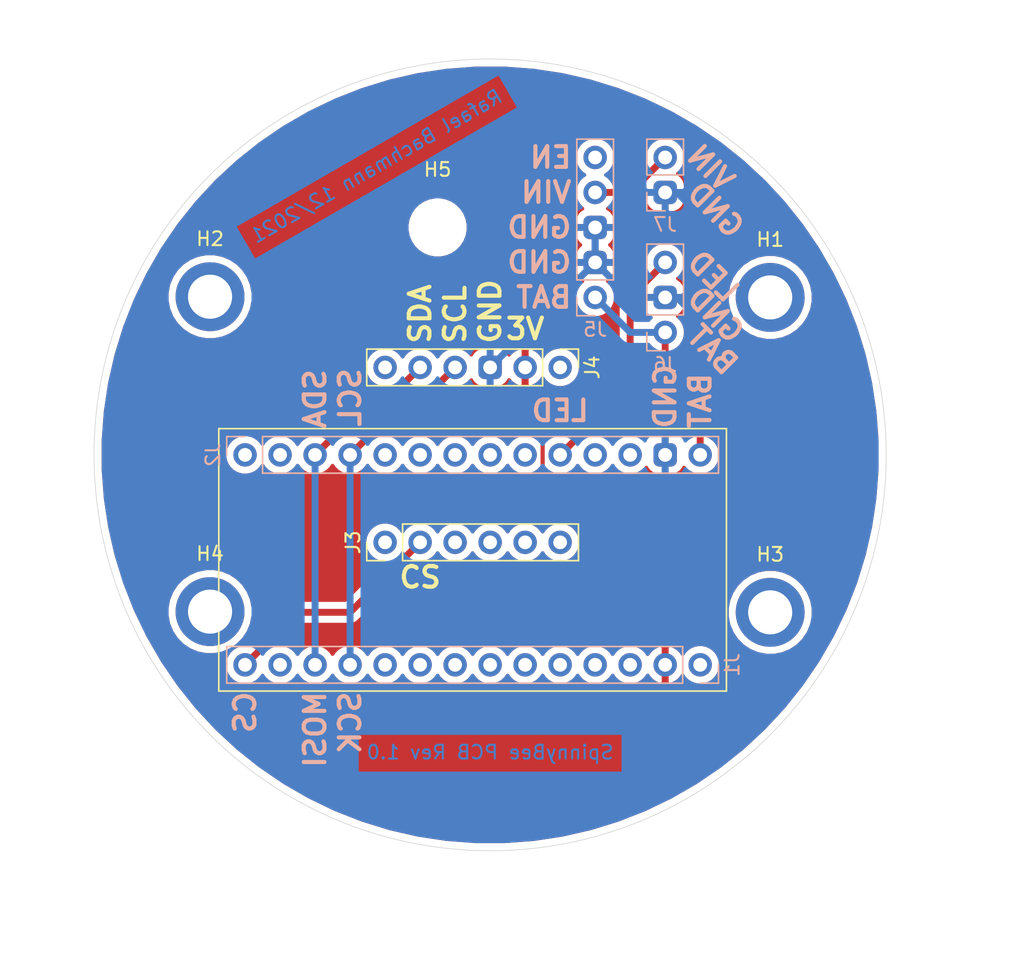
<source format=kicad_pcb>
(kicad_pcb (version 20171130) (host pcbnew 5.1.5+dfsg1-2build2)

  (general
    (thickness 1.6)
    (drawings 32)
    (tracks 42)
    (zones 0)
    (modules 12)
    (nets 36)
  )

  (page A4)
  (layers
    (0 F.Cu signal)
    (31 B.Cu signal)
    (32 B.Adhes user)
    (33 F.Adhes user)
    (34 B.Paste user)
    (35 F.Paste user)
    (36 B.SilkS user)
    (37 F.SilkS user)
    (38 B.Mask user)
    (39 F.Mask user)
    (40 Dwgs.User user)
    (41 Cmts.User user)
    (42 Eco1.User user)
    (43 Eco2.User user)
    (44 Edge.Cuts user)
    (45 Margin user)
    (46 B.CrtYd user)
    (47 F.CrtYd user)
    (48 B.Fab user)
    (49 F.Fab user)
  )

  (setup
    (last_trace_width 0.5)
    (user_trace_width 0.3)
    (user_trace_width 0.5)
    (trace_clearance 0.2)
    (zone_clearance 0.508)
    (zone_45_only no)
    (trace_min 0.2)
    (via_size 0.8)
    (via_drill 0.4)
    (via_min_size 0.4)
    (via_min_drill 0.3)
    (uvia_size 0.3)
    (uvia_drill 0.1)
    (uvias_allowed no)
    (uvia_min_size 0.2)
    (uvia_min_drill 0.1)
    (edge_width 0.05)
    (segment_width 0.2)
    (pcb_text_width 0.3)
    (pcb_text_size 1.5 1.5)
    (mod_edge_width 0.12)
    (mod_text_size 1 1)
    (mod_text_width 0.15)
    (pad_size 5 5)
    (pad_drill 3.2)
    (pad_to_mask_clearance 0.051)
    (solder_mask_min_width 0.25)
    (aux_axis_origin 0 0)
    (visible_elements FFFFFF7F)
    (pcbplotparams
      (layerselection 0x010fc_ffffffff)
      (usegerberextensions true)
      (usegerberattributes false)
      (usegerberadvancedattributes false)
      (creategerberjobfile false)
      (excludeedgelayer true)
      (linewidth 0.100000)
      (plotframeref false)
      (viasonmask false)
      (mode 1)
      (useauxorigin false)
      (hpglpennumber 1)
      (hpglpenspeed 20)
      (hpglpendiameter 15.000000)
      (psnegative false)
      (psa4output false)
      (plotreference true)
      (plotvalue true)
      (plotinvisibletext false)
      (padsonsilk false)
      (subtractmaskfromsilk false)
      (outputformat 1)
      (mirror false)
      (drillshape 0)
      (scaleselection 1)
      (outputdirectory "gerber/"))
  )

  (net 0 "")
  (net 1 "Net-(J1-Pad10)")
  (net 2 "Net-(J1-Pad9)")
  (net 3 "Net-(J1-Pad8)")
  (net 4 "Net-(J1-Pad7)")
  (net 5 "Net-(J1-Pad6)")
  (net 6 "Net-(J1-Pad5)")
  (net 7 "Net-(J1-Pad4)")
  (net 8 "Net-(J1-Pad3)")
  (net 9 3V)
  (net 10 "Net-(J1-Pad1)")
  (net 11 BAT)
  (net 12 GND)
  (net 13 "Net-(J2-Pad12)")
  (net 14 "Net-(J2-Pad11)")
  (net 15 LED_SIG)
  (net 16 "Net-(J2-Pad9)")
  (net 17 "Net-(J2-Pad8)")
  (net 18 "Net-(J2-Pad7)")
  (net 19 "Net-(J2-Pad6)")
  (net 20 "Net-(J2-Pad5)")
  (net 21 "Net-(J2-Pad2)")
  (net 22 "Net-(J2-Pad1)")
  (net 23 "Net-(J3-Pad6)")
  (net 24 "Net-(J3-Pad5)")
  (net 25 "Net-(J3-Pad4)")
  (net 26 "Net-(J3-Pad3)")
  (net 27 "Net-(J3-Pad1)")
  (net 28 "Net-(J4-Pad6)")
  (net 29 "Net-(J4-Pad1)")
  (net 30 EN)
  (net 31 VIN)
  (net 32 CS)
  (net 33 MOSI)
  (net 34 SCK)
  (net 35 AD0)

  (net_class Default "This is the default net class."
    (clearance 0.2)
    (trace_width 0.25)
    (via_dia 0.8)
    (via_drill 0.4)
    (uvia_dia 0.3)
    (uvia_drill 0.1)
    (add_net 3V)
    (add_net AD0)
    (add_net BAT)
    (add_net CS)
    (add_net EN)
    (add_net GND)
    (add_net LED_SIG)
    (add_net MOSI)
    (add_net "Net-(J1-Pad1)")
    (add_net "Net-(J1-Pad10)")
    (add_net "Net-(J1-Pad3)")
    (add_net "Net-(J1-Pad4)")
    (add_net "Net-(J1-Pad5)")
    (add_net "Net-(J1-Pad6)")
    (add_net "Net-(J1-Pad7)")
    (add_net "Net-(J1-Pad8)")
    (add_net "Net-(J1-Pad9)")
    (add_net "Net-(J2-Pad1)")
    (add_net "Net-(J2-Pad11)")
    (add_net "Net-(J2-Pad12)")
    (add_net "Net-(J2-Pad2)")
    (add_net "Net-(J2-Pad5)")
    (add_net "Net-(J2-Pad6)")
    (add_net "Net-(J2-Pad7)")
    (add_net "Net-(J2-Pad8)")
    (add_net "Net-(J2-Pad9)")
    (add_net "Net-(J3-Pad1)")
    (add_net "Net-(J3-Pad3)")
    (add_net "Net-(J3-Pad4)")
    (add_net "Net-(J3-Pad5)")
    (add_net "Net-(J3-Pad6)")
    (add_net "Net-(J4-Pad1)")
    (add_net "Net-(J4-Pad6)")
    (add_net SCK)
    (add_net VIN)
  )

  (module MountingHole:MountingHole_3.2mm_M3 (layer F.Cu) (tedit 56D1B4CB) (tstamp 61C67461)
    (at 82.55 35.56)
    (descr "Mounting Hole 3.2mm, no annular, M3")
    (tags "mounting hole 3.2mm no annular m3")
    (path /61CC6D7A)
    (attr virtual)
    (fp_text reference H5 (at 0 -4.2) (layer F.SilkS)
      (effects (font (size 1 1) (thickness 0.15)))
    )
    (fp_text value MountingHole (at 0 4.2) (layer F.Fab)
      (effects (font (size 1 1) (thickness 0.15)))
    )
    (fp_circle (center 0 0) (end 3.45 0) (layer F.CrtYd) (width 0.05))
    (fp_circle (center 0 0) (end 3.2 0) (layer Cmts.User) (width 0.15))
    (fp_text user %R (at 0.3 0) (layer F.Fab)
      (effects (font (size 1 1) (thickness 0.15)))
    )
    (pad 1 np_thru_hole circle (at 0 0) (size 3.2 3.2) (drill 3.2) (layers *.Cu *.Mask))
  )

  (module MountingHole:MountingHole_3.2mm_M3 (layer F.Cu) (tedit 61C6095B) (tstamp 61C67459)
    (at 66.04 63.449)
    (descr "Mounting Hole 3.2mm, no annular, M3")
    (tags "mounting hole 3.2mm no annular m3")
    (path /61CC3D0D)
    (attr virtual)
    (fp_text reference H4 (at 0 -4.2) (layer F.SilkS)
      (effects (font (size 1 1) (thickness 0.15)))
    )
    (fp_text value MountingHole (at 0 4.2) (layer F.Fab)
      (effects (font (size 1 1) (thickness 0.15)))
    )
    (fp_circle (center 0 0) (end 3.45 0) (layer F.CrtYd) (width 0.05))
    (fp_circle (center 0 0) (end 3.2 0) (layer Cmts.User) (width 0.15))
    (fp_text user %R (at 0.3 0) (layer F.Fab)
      (effects (font (size 1 1) (thickness 0.15)))
    )
    (pad "" np_thru_hole circle (at 0 0) (size 5 5) (drill 3.2) (layers *.Cu *.Mask))
  )

  (module MountingHole:MountingHole_3.2mm_M3 (layer F.Cu) (tedit 61C60970) (tstamp 61C67451)
    (at 106.68 63.5)
    (descr "Mounting Hole 3.2mm, no annular, M3")
    (tags "mounting hole 3.2mm no annular m3")
    (path /61CC2723)
    (attr virtual)
    (fp_text reference H3 (at 0 -4.2) (layer F.SilkS)
      (effects (font (size 1 1) (thickness 0.15)))
    )
    (fp_text value MountingHole (at 0 4.2) (layer F.Fab)
      (effects (font (size 1 1) (thickness 0.15)))
    )
    (fp_circle (center 0 0) (end 3.45 0) (layer F.CrtYd) (width 0.05))
    (fp_circle (center 0 0) (end 3.2 0) (layer Cmts.User) (width 0.15))
    (fp_text user %R (at 0.3 0) (layer F.Fab)
      (effects (font (size 1 1) (thickness 0.15)))
    )
    (pad "" np_thru_hole circle (at 0 0) (size 5 5) (drill 3.2) (layers *.Cu *.Mask))
  )

  (module MountingHole:MountingHole_3.2mm_M3 (layer F.Cu) (tedit 61C6094F) (tstamp 61C67449)
    (at 66.04 40.589)
    (descr "Mounting Hole 3.2mm, no annular, M3")
    (tags "mounting hole 3.2mm no annular m3")
    (path /61CC6D70)
    (attr virtual)
    (fp_text reference H2 (at 0 -4.2) (layer F.SilkS)
      (effects (font (size 1 1) (thickness 0.15)))
    )
    (fp_text value MountingHole (at 0 4.2) (layer F.Fab)
      (effects (font (size 1 1) (thickness 0.15)))
    )
    (fp_circle (center 0 0) (end 3.45 0) (layer F.CrtYd) (width 0.05))
    (fp_circle (center 0 0) (end 3.2 0) (layer Cmts.User) (width 0.15))
    (fp_text user %R (at 0.3 0) (layer F.Fab)
      (effects (font (size 1 1) (thickness 0.15)))
    )
    (pad "" np_thru_hole circle (at 0 0) (size 5 5) (drill 3.2) (layers *.Cu *.Mask))
  )

  (module MountingHole:MountingHole_3.2mm_M3 (layer F.Cu) (tedit 61C60969) (tstamp 61C67441)
    (at 106.68 40.64)
    (descr "Mounting Hole 3.2mm, no annular, M3")
    (tags "mounting hole 3.2mm no annular m3")
    (path /61CC3986)
    (attr virtual)
    (fp_text reference H1 (at 0 -4.2) (layer F.SilkS)
      (effects (font (size 1 1) (thickness 0.15)))
    )
    (fp_text value MountingHole (at 0 4.2) (layer F.Fab)
      (effects (font (size 1 1) (thickness 0.15)))
    )
    (fp_circle (center 0 0) (end 3.45 0) (layer F.CrtYd) (width 0.05))
    (fp_circle (center 0 0) (end 3.2 0) (layer Cmts.User) (width 0.15))
    (fp_text user %R (at 0.3 0) (layer F.Fab)
      (effects (font (size 1 1) (thickness 0.15)))
    )
    (pad "" np_thru_hole circle (at 0 0) (size 5 5) (drill 3.2) (layers *.Cu *.Mask))
  )

  (module Connector_PinHeader_2.54mm:PinHeader_1x02_P2.54mm_Vertical (layer B.Cu) (tedit 61C5E40F) (tstamp 61C666C0)
    (at 99.06 33.02)
    (descr "Through hole straight pin header, 1x02, 2.54mm pitch, single row")
    (tags "Through hole pin header THT 1x02 2.54mm single row")
    (path /61C755E0)
    (fp_text reference J7 (at 0 2.33) (layer B.SilkS)
      (effects (font (size 1 1) (thickness 0.15)) (justify mirror))
    )
    (fp_text value Conn_01x02 (at 0 -4.87) (layer B.Fab)
      (effects (font (size 1 1) (thickness 0.15)) (justify mirror))
    )
    (fp_text user %R (at 0 -1.27 -90) (layer B.Fab)
      (effects (font (size 1 1) (thickness 0.15)) (justify mirror))
    )
    (fp_line (start 1.8 1.8) (end -1.8 1.8) (layer B.CrtYd) (width 0.05))
    (fp_line (start 1.8 -4.35) (end 1.8 1.8) (layer B.CrtYd) (width 0.05))
    (fp_line (start -1.8 -4.35) (end 1.8 -4.35) (layer B.CrtYd) (width 0.05))
    (fp_line (start -1.8 1.8) (end -1.8 -4.35) (layer B.CrtYd) (width 0.05))
    (fp_line (start -1.33 1.33) (end 0 1.33) (layer B.SilkS) (width 0.12))
    (fp_line (start -1.33 0) (end -1.33 1.33) (layer B.SilkS) (width 0.12))
    (fp_line (start -1.33 -1.27) (end 1.33 -1.27) (layer B.SilkS) (width 0.12))
    (fp_line (start 1.33 -1.27) (end 1.33 -3.87) (layer B.SilkS) (width 0.12))
    (fp_line (start -1.33 -1.27) (end -1.33 -3.87) (layer B.SilkS) (width 0.12))
    (fp_line (start -1.33 -3.87) (end 1.33 -3.87) (layer B.SilkS) (width 0.12))
    (fp_line (start -1.27 0.635) (end -0.635 1.27) (layer B.Fab) (width 0.1))
    (fp_line (start -1.27 -3.81) (end -1.27 0.635) (layer B.Fab) (width 0.1))
    (fp_line (start 1.27 -3.81) (end -1.27 -3.81) (layer B.Fab) (width 0.1))
    (fp_line (start 1.27 1.27) (end 1.27 -3.81) (layer B.Fab) (width 0.1))
    (fp_line (start -0.635 1.27) (end 1.27 1.27) (layer B.Fab) (width 0.1))
    (pad 2 thru_hole oval (at 0 -2.54) (size 1.7 1.7) (drill 1) (layers *.Cu *.Mask)
      (net 31 VIN))
    (pad 1 thru_hole roundrect (at 0 0) (size 1.7 1.7) (drill 1) (layers *.Cu *.Mask) (roundrect_rratio 0.25)
      (net 12 GND))
    (model ${KISYS3DMOD}/Connector_PinHeader_2.54mm.3dshapes/PinHeader_1x02_P2.54mm_Vertical.wrl
      (at (xyz 0 0 0))
      (scale (xyz 1 1 1))
      (rotate (xyz 0 0 0))
    )
  )

  (module Connector_PinHeader_2.54mm:PinHeader_1x03_P2.54mm_Vertical (layer B.Cu) (tedit 61C5E3E6) (tstamp 61C66763)
    (at 99.06 43.18)
    (descr "Through hole straight pin header, 1x03, 2.54mm pitch, single row")
    (tags "Through hole pin header THT 1x03 2.54mm single row")
    (path /61C762EC)
    (fp_text reference J6 (at 0 2.33) (layer B.SilkS)
      (effects (font (size 1 1) (thickness 0.15)) (justify mirror))
    )
    (fp_text value Conn_01x03 (at 0 -7.41) (layer B.Fab)
      (effects (font (size 1 1) (thickness 0.15)) (justify mirror))
    )
    (fp_text user %R (at 0 -2.54 -90) (layer B.Fab)
      (effects (font (size 1 1) (thickness 0.15)) (justify mirror))
    )
    (fp_line (start 1.8 1.8) (end -1.8 1.8) (layer B.CrtYd) (width 0.05))
    (fp_line (start 1.8 -6.85) (end 1.8 1.8) (layer B.CrtYd) (width 0.05))
    (fp_line (start -1.8 -6.85) (end 1.8 -6.85) (layer B.CrtYd) (width 0.05))
    (fp_line (start -1.8 1.8) (end -1.8 -6.85) (layer B.CrtYd) (width 0.05))
    (fp_line (start -1.33 1.33) (end 0 1.33) (layer B.SilkS) (width 0.12))
    (fp_line (start -1.33 0) (end -1.33 1.33) (layer B.SilkS) (width 0.12))
    (fp_line (start -1.33 -1.27) (end 1.33 -1.27) (layer B.SilkS) (width 0.12))
    (fp_line (start 1.33 -1.27) (end 1.33 -6.41) (layer B.SilkS) (width 0.12))
    (fp_line (start -1.33 -1.27) (end -1.33 -6.41) (layer B.SilkS) (width 0.12))
    (fp_line (start -1.33 -6.41) (end 1.33 -6.41) (layer B.SilkS) (width 0.12))
    (fp_line (start -1.27 0.635) (end -0.635 1.27) (layer B.Fab) (width 0.1))
    (fp_line (start -1.27 -6.35) (end -1.27 0.635) (layer B.Fab) (width 0.1))
    (fp_line (start 1.27 -6.35) (end -1.27 -6.35) (layer B.Fab) (width 0.1))
    (fp_line (start 1.27 1.27) (end 1.27 -6.35) (layer B.Fab) (width 0.1))
    (fp_line (start -0.635 1.27) (end 1.27 1.27) (layer B.Fab) (width 0.1))
    (pad 3 thru_hole oval (at 0 -5.08) (size 1.7 1.7) (drill 1) (layers *.Cu *.Mask)
      (net 15 LED_SIG))
    (pad 2 thru_hole roundrect (at 0 -2.54) (size 1.7 1.7) (drill 1) (layers *.Cu *.Mask) (roundrect_rratio 0.25)
      (net 12 GND))
    (pad 1 thru_hole circle (at 0 0) (size 1.7 1.7) (drill 1) (layers *.Cu *.Mask)
      (net 11 BAT))
    (model ${KISYS3DMOD}/Connector_PinHeader_2.54mm.3dshapes/PinHeader_1x03_P2.54mm_Vertical.wrl
      (at (xyz 0 0 0))
      (scale (xyz 1 1 1))
      (rotate (xyz 0 0 0))
    )
  )

  (module Connector_PinHeader_2.54mm:PinHeader_1x05_P2.54mm_Vertical (layer B.Cu) (tedit 61C5E406) (tstamp 61C668FD)
    (at 93.98 40.64)
    (descr "Through hole straight pin header, 1x05, 2.54mm pitch, single row")
    (tags "Through hole pin header THT 1x05 2.54mm single row")
    (path /61C64486)
    (fp_text reference J5 (at 0 2.33) (layer B.SilkS)
      (effects (font (size 1 1) (thickness 0.15)) (justify mirror))
    )
    (fp_text value Conn_01x05 (at 0 -12.49) (layer B.Fab)
      (effects (font (size 1 1) (thickness 0.15)) (justify mirror))
    )
    (fp_text user %R (at 0 -5.08 -90) (layer B.Fab)
      (effects (font (size 1 1) (thickness 0.15)) (justify mirror))
    )
    (fp_line (start 1.8 1.8) (end -1.8 1.8) (layer B.CrtYd) (width 0.05))
    (fp_line (start 1.8 -11.95) (end 1.8 1.8) (layer B.CrtYd) (width 0.05))
    (fp_line (start -1.8 -11.95) (end 1.8 -11.95) (layer B.CrtYd) (width 0.05))
    (fp_line (start -1.8 1.8) (end -1.8 -11.95) (layer B.CrtYd) (width 0.05))
    (fp_line (start -1.33 1.33) (end 0 1.33) (layer B.SilkS) (width 0.12))
    (fp_line (start -1.33 0) (end -1.33 1.33) (layer B.SilkS) (width 0.12))
    (fp_line (start -1.33 -1.27) (end 1.33 -1.27) (layer B.SilkS) (width 0.12))
    (fp_line (start 1.33 -1.27) (end 1.33 -11.49) (layer B.SilkS) (width 0.12))
    (fp_line (start -1.33 -1.27) (end -1.33 -11.49) (layer B.SilkS) (width 0.12))
    (fp_line (start -1.33 -11.49) (end 1.33 -11.49) (layer B.SilkS) (width 0.12))
    (fp_line (start -1.27 0.635) (end -0.635 1.27) (layer B.Fab) (width 0.1))
    (fp_line (start -1.27 -11.43) (end -1.27 0.635) (layer B.Fab) (width 0.1))
    (fp_line (start 1.27 -11.43) (end -1.27 -11.43) (layer B.Fab) (width 0.1))
    (fp_line (start 1.27 1.27) (end 1.27 -11.43) (layer B.Fab) (width 0.1))
    (fp_line (start -0.635 1.27) (end 1.27 1.27) (layer B.Fab) (width 0.1))
    (pad 5 thru_hole oval (at 0 -10.16) (size 1.7 1.7) (drill 1) (layers *.Cu *.Mask)
      (net 30 EN))
    (pad 4 thru_hole oval (at 0 -7.62) (size 1.7 1.7) (drill 1) (layers *.Cu *.Mask)
      (net 31 VIN))
    (pad 3 thru_hole roundrect (at 0 -5.08) (size 1.7 1.7) (drill 1) (layers *.Cu *.Mask) (roundrect_rratio 0.25)
      (net 12 GND))
    (pad 2 thru_hole roundrect (at 0 -2.54) (size 1.7 1.7) (drill 1) (layers *.Cu *.Mask) (roundrect_rratio 0.25)
      (net 12 GND))
    (pad 1 thru_hole circle (at 0 0) (size 1.7 1.7) (drill 1) (layers *.Cu *.Mask)
      (net 11 BAT))
    (model ${KISYS3DMOD}/Connector_PinHeader_2.54mm.3dshapes/PinHeader_1x05_P2.54mm_Vertical.wrl
      (at (xyz 0 0 0))
      (scale (xyz 1 1 1))
      (rotate (xyz 0 0 0))
    )
  )

  (module Connector_PinHeader_2.54mm:PinHeader_1x06_P2.54mm_Vertical (layer F.Cu) (tedit 61C5E3A7) (tstamp 61C6695B)
    (at 91.44 45.72 270)
    (descr "Through hole straight pin header, 1x06, 2.54mm pitch, single row")
    (tags "Through hole pin header THT 1x06 2.54mm single row")
    (path /61C61079)
    (fp_text reference J4 (at 0 -2.33 90) (layer F.SilkS)
      (effects (font (size 1 1) (thickness 0.15)))
    )
    (fp_text value Conn_01x06 (at 0 15.03 90) (layer F.Fab)
      (effects (font (size 1 1) (thickness 0.15)))
    )
    (fp_line (start -0.635 -1.27) (end 1.27 -1.27) (layer F.Fab) (width 0.1))
    (fp_line (start 1.27 -1.27) (end 1.27 13.97) (layer F.Fab) (width 0.1))
    (fp_line (start 1.27 13.97) (end -1.27 13.97) (layer F.Fab) (width 0.1))
    (fp_line (start -1.27 13.97) (end -1.27 -0.635) (layer F.Fab) (width 0.1))
    (fp_line (start -1.27 -0.635) (end -0.635 -1.27) (layer F.Fab) (width 0.1))
    (fp_line (start -1.33 14.03) (end 1.33 14.03) (layer F.SilkS) (width 0.12))
    (fp_line (start -1.33 1.27) (end -1.33 14.03) (layer F.SilkS) (width 0.12))
    (fp_line (start 1.33 1.27) (end 1.33 14.03) (layer F.SilkS) (width 0.12))
    (fp_line (start -1.33 1.27) (end 1.33 1.27) (layer F.SilkS) (width 0.12))
    (fp_line (start -1.33 0) (end -1.33 -1.33) (layer F.SilkS) (width 0.12))
    (fp_line (start -1.33 -1.33) (end 0 -1.33) (layer F.SilkS) (width 0.12))
    (fp_line (start -1.8 -1.8) (end -1.8 14.5) (layer F.CrtYd) (width 0.05))
    (fp_line (start -1.8 14.5) (end 1.8 14.5) (layer F.CrtYd) (width 0.05))
    (fp_line (start 1.8 14.5) (end 1.8 -1.8) (layer F.CrtYd) (width 0.05))
    (fp_line (start 1.8 -1.8) (end -1.8 -1.8) (layer F.CrtYd) (width 0.05))
    (fp_text user %R (at 0 6.35) (layer F.Fab)
      (effects (font (size 1 1) (thickness 0.15)))
    )
    (pad 1 thru_hole custom (at 0 0 270) (size 1.7 1.7) (drill 1) (layers *.Cu *.Mask)
      (net 29 "Net-(J4-Pad1)") (zone_connect 0)
      (options (clearance outline) (anchor circle))
      (primitives
      ))
    (pad 2 thru_hole oval (at 0 2.54 270) (size 1.7 1.7) (drill 1) (layers *.Cu *.Mask)
      (net 9 3V))
    (pad 3 thru_hole roundrect (at 0 5.08 270) (size 1.7 1.7) (drill 1) (layers *.Cu *.Mask) (roundrect_rratio 0.25)
      (net 12 GND))
    (pad 4 thru_hole oval (at 0 7.62 270) (size 1.7 1.7) (drill 1) (layers *.Cu *.Mask)
      (net 34 SCK))
    (pad 5 thru_hole oval (at 0 10.16 270) (size 1.7 1.7) (drill 1) (layers *.Cu *.Mask)
      (net 33 MOSI))
    (pad 6 thru_hole oval (at 0 12.7 270) (size 1.7 1.7) (drill 1) (layers *.Cu *.Mask)
      (net 28 "Net-(J4-Pad6)"))
    (model ${KISYS3DMOD}/Connector_PinHeader_2.54mm.3dshapes/PinHeader_1x06_P2.54mm_Vertical.wrl
      (at (xyz 0 0 0))
      (scale (xyz 1 1 1))
      (rotate (xyz 0 0 0))
    )
  )

  (module Connector_PinHeader_2.54mm:PinHeader_1x06_P2.54mm_Vertical (layer F.Cu) (tedit 61C5E3B5) (tstamp 61C667CF)
    (at 78.74 58.42 90)
    (descr "Through hole straight pin header, 1x06, 2.54mm pitch, single row")
    (tags "Through hole pin header THT 1x06 2.54mm single row")
    (path /61C61A85)
    (fp_text reference J3 (at 0 -2.33 90) (layer F.SilkS)
      (effects (font (size 1 1) (thickness 0.15)))
    )
    (fp_text value Conn_01x06 (at 0 15.03 90) (layer F.Fab)
      (effects (font (size 1 1) (thickness 0.15)))
    )
    (fp_line (start -0.635 -1.27) (end 1.27 -1.27) (layer F.Fab) (width 0.1))
    (fp_line (start 1.27 -1.27) (end 1.27 13.97) (layer F.Fab) (width 0.1))
    (fp_line (start 1.27 13.97) (end -1.27 13.97) (layer F.Fab) (width 0.1))
    (fp_line (start -1.27 13.97) (end -1.27 -0.635) (layer F.Fab) (width 0.1))
    (fp_line (start -1.27 -0.635) (end -0.635 -1.27) (layer F.Fab) (width 0.1))
    (fp_line (start -1.33 14.03) (end 1.33 14.03) (layer F.SilkS) (width 0.12))
    (fp_line (start -1.33 1.27) (end -1.33 14.03) (layer F.SilkS) (width 0.12))
    (fp_line (start 1.33 1.27) (end 1.33 14.03) (layer F.SilkS) (width 0.12))
    (fp_line (start -1.33 1.27) (end 1.33 1.27) (layer F.SilkS) (width 0.12))
    (fp_line (start -1.33 0) (end -1.33 -1.33) (layer F.SilkS) (width 0.12))
    (fp_line (start -1.33 -1.33) (end 0 -1.33) (layer F.SilkS) (width 0.12))
    (fp_line (start -1.8 -1.8) (end -1.8 14.5) (layer F.CrtYd) (width 0.05))
    (fp_line (start -1.8 14.5) (end 1.8 14.5) (layer F.CrtYd) (width 0.05))
    (fp_line (start 1.8 14.5) (end 1.8 -1.8) (layer F.CrtYd) (width 0.05))
    (fp_line (start 1.8 -1.8) (end -1.8 -1.8) (layer F.CrtYd) (width 0.05))
    (fp_text user %R (at 0 6.35) (layer F.Fab)
      (effects (font (size 1 1) (thickness 0.15)))
    )
    (pad 1 thru_hole oval (at 0 0 90) (size 1.7 1.7) (drill 1) (layers *.Cu *.Mask)
      (net 27 "Net-(J3-Pad1)"))
    (pad 2 thru_hole oval (at 0 2.54 90) (size 1.7 1.7) (drill 1) (layers *.Cu *.Mask)
      (net 32 CS))
    (pad 3 thru_hole oval (at 0 5.08 90) (size 1.7 1.7) (drill 1) (layers *.Cu *.Mask)
      (net 26 "Net-(J3-Pad3)"))
    (pad 4 thru_hole oval (at 0 7.62 90) (size 1.7 1.7) (drill 1) (layers *.Cu *.Mask)
      (net 25 "Net-(J3-Pad4)"))
    (pad 5 thru_hole oval (at 0 10.16 90) (size 1.7 1.7) (drill 1) (layers *.Cu *.Mask)
      (net 24 "Net-(J3-Pad5)"))
    (pad 6 thru_hole oval (at 0 12.7 90) (size 1.7 1.7) (drill 1) (layers *.Cu *.Mask)
      (net 23 "Net-(J3-Pad6)"))
    (model ${KISYS3DMOD}/Connector_PinHeader_2.54mm.3dshapes/PinHeader_1x06_P2.54mm_Vertical.wrl
      (at (xyz 0 0 0))
      (scale (xyz 1 1 1))
      (rotate (xyz 0 0 0))
    )
  )

  (module Connector_PinHeader_2.54mm:PinHeader_1x14_P2.54mm_Vertical (layer B.Cu) (tedit 61C5E420) (tstamp 61C66831)
    (at 68.58 52.07 270)
    (descr "Through hole straight pin header, 1x14, 2.54mm pitch, single row")
    (tags "Through hole pin header THT 1x14 2.54mm single row")
    (path /61C5CB1E)
    (fp_text reference J2 (at 0 2.33 270) (layer B.SilkS)
      (effects (font (size 1 1) (thickness 0.15)) (justify mirror))
    )
    (fp_text value Conn_01x14 (at 0 -35.35 270) (layer B.Fab)
      (effects (font (size 1 1) (thickness 0.15)) (justify mirror))
    )
    (fp_text user %R (at 0 -16.51) (layer B.Fab)
      (effects (font (size 1 1) (thickness 0.15)) (justify mirror))
    )
    (fp_line (start 1.8 1.8) (end -1.8 1.8) (layer B.CrtYd) (width 0.05))
    (fp_line (start 1.8 -34.8) (end 1.8 1.8) (layer B.CrtYd) (width 0.05))
    (fp_line (start -1.8 -34.8) (end 1.8 -34.8) (layer B.CrtYd) (width 0.05))
    (fp_line (start -1.8 1.8) (end -1.8 -34.8) (layer B.CrtYd) (width 0.05))
    (fp_line (start -1.33 1.33) (end 0 1.33) (layer B.SilkS) (width 0.12))
    (fp_line (start -1.33 0) (end -1.33 1.33) (layer B.SilkS) (width 0.12))
    (fp_line (start -1.33 -1.27) (end 1.33 -1.27) (layer B.SilkS) (width 0.12))
    (fp_line (start 1.33 -1.27) (end 1.33 -34.35) (layer B.SilkS) (width 0.12))
    (fp_line (start -1.33 -1.27) (end -1.33 -34.35) (layer B.SilkS) (width 0.12))
    (fp_line (start -1.33 -34.35) (end 1.33 -34.35) (layer B.SilkS) (width 0.12))
    (fp_line (start -1.27 0.635) (end -0.635 1.27) (layer B.Fab) (width 0.1))
    (fp_line (start -1.27 -34.29) (end -1.27 0.635) (layer B.Fab) (width 0.1))
    (fp_line (start 1.27 -34.29) (end -1.27 -34.29) (layer B.Fab) (width 0.1))
    (fp_line (start 1.27 1.27) (end 1.27 -34.29) (layer B.Fab) (width 0.1))
    (fp_line (start -0.635 1.27) (end 1.27 1.27) (layer B.Fab) (width 0.1))
    (pad 14 thru_hole oval (at 0 -33.02 270) (size 1.7 1.7) (drill 1) (layers *.Cu *.Mask)
      (net 11 BAT))
    (pad 13 thru_hole roundrect (at 0 -30.48 270) (size 1.7 1.7) (drill 1) (layers *.Cu *.Mask) (roundrect_rratio 0.25)
      (net 12 GND))
    (pad 12 thru_hole oval (at 0 -27.94 270) (size 1.7 1.7) (drill 1) (layers *.Cu *.Mask)
      (net 13 "Net-(J2-Pad12)"))
    (pad 11 thru_hole oval (at 0 -25.4 270) (size 1.7 1.7) (drill 1) (layers *.Cu *.Mask)
      (net 14 "Net-(J2-Pad11)"))
    (pad 10 thru_hole oval (at 0 -22.86 270) (size 1.7 1.7) (drill 1) (layers *.Cu *.Mask)
      (net 15 LED_SIG))
    (pad 9 thru_hole oval (at 0 -20.32 270) (size 1.7 1.7) (drill 1) (layers *.Cu *.Mask)
      (net 16 "Net-(J2-Pad9)"))
    (pad 8 thru_hole oval (at 0 -17.78 270) (size 1.7 1.7) (drill 1) (layers *.Cu *.Mask)
      (net 17 "Net-(J2-Pad8)"))
    (pad 7 thru_hole oval (at 0 -15.24 270) (size 1.7 1.7) (drill 1) (layers *.Cu *.Mask)
      (net 18 "Net-(J2-Pad7)"))
    (pad 6 thru_hole oval (at 0 -12.7 270) (size 1.7 1.7) (drill 1) (layers *.Cu *.Mask)
      (net 19 "Net-(J2-Pad6)"))
    (pad 5 thru_hole oval (at 0 -10.16 270) (size 1.7 1.7) (drill 1) (layers *.Cu *.Mask)
      (net 20 "Net-(J2-Pad5)"))
    (pad 4 thru_hole oval (at 0 -7.62 270) (size 1.7 1.7) (drill 1) (layers *.Cu *.Mask)
      (net 34 SCK))
    (pad 3 thru_hole oval (at 0 -5.08 270) (size 1.7 1.7) (drill 1) (layers *.Cu *.Mask)
      (net 33 MOSI))
    (pad 2 thru_hole oval (at 0 -2.54 270) (size 1.7 1.7) (drill 1) (layers *.Cu *.Mask)
      (net 21 "Net-(J2-Pad2)"))
    (pad 1 thru_hole circle (at 0 0 270) (size 1.7 1.7) (drill 1) (layers *.Cu *.Mask)
      (net 22 "Net-(J2-Pad1)"))
    (model ${KISYS3DMOD}/Connector_PinHeader_2.54mm.3dshapes/PinHeader_1x14_P2.54mm_Vertical.wrl
      (at (xyz 0 0 0))
      (scale (xyz 1 1 1))
      (rotate (xyz 0 0 0))
    )
  )

  (module Connector_PinHeader_2.54mm:PinHeader_1x14_P2.54mm_Vertical (layer B.Cu) (tedit 61C5E3CF) (tstamp 61C668A3)
    (at 101.6 67.31 90)
    (descr "Through hole straight pin header, 1x14, 2.54mm pitch, single row")
    (tags "Through hole pin header THT 1x14 2.54mm single row")
    (path /61C5C668)
    (fp_text reference J1 (at 0 2.33 -90) (layer B.SilkS)
      (effects (font (size 1 1) (thickness 0.15)) (justify mirror))
    )
    (fp_text value Conn_01x14 (at 0 -35.35 -90) (layer B.Fab)
      (effects (font (size 1 1) (thickness 0.15)) (justify mirror))
    )
    (fp_text user %R (at 0 -16.51) (layer B.Fab)
      (effects (font (size 1 1) (thickness 0.15)) (justify mirror))
    )
    (fp_line (start 1.8 1.8) (end -1.8 1.8) (layer B.CrtYd) (width 0.05))
    (fp_line (start 1.8 -34.8) (end 1.8 1.8) (layer B.CrtYd) (width 0.05))
    (fp_line (start -1.8 -34.8) (end 1.8 -34.8) (layer B.CrtYd) (width 0.05))
    (fp_line (start -1.8 1.8) (end -1.8 -34.8) (layer B.CrtYd) (width 0.05))
    (fp_line (start -1.33 1.33) (end 0 1.33) (layer B.SilkS) (width 0.12))
    (fp_line (start -1.33 0) (end -1.33 1.33) (layer B.SilkS) (width 0.12))
    (fp_line (start -1.33 -1.27) (end 1.33 -1.27) (layer B.SilkS) (width 0.12))
    (fp_line (start 1.33 -1.27) (end 1.33 -34.35) (layer B.SilkS) (width 0.12))
    (fp_line (start -1.33 -1.27) (end -1.33 -34.35) (layer B.SilkS) (width 0.12))
    (fp_line (start -1.33 -34.35) (end 1.33 -34.35) (layer B.SilkS) (width 0.12))
    (fp_line (start -1.27 0.635) (end -0.635 1.27) (layer B.Fab) (width 0.1))
    (fp_line (start -1.27 -34.29) (end -1.27 0.635) (layer B.Fab) (width 0.1))
    (fp_line (start 1.27 -34.29) (end -1.27 -34.29) (layer B.Fab) (width 0.1))
    (fp_line (start 1.27 1.27) (end 1.27 -34.29) (layer B.Fab) (width 0.1))
    (fp_line (start -0.635 1.27) (end 1.27 1.27) (layer B.Fab) (width 0.1))
    (pad 14 thru_hole oval (at 0 -33.02 90) (size 1.7 1.7) (drill 1) (layers *.Cu *.Mask)
      (net 32 CS))
    (pad 13 thru_hole oval (at 0 -30.48 90) (size 1.7 1.7) (drill 1) (layers *.Cu *.Mask)
      (net 35 AD0))
    (pad 12 thru_hole oval (at 0 -27.94 90) (size 1.7 1.7) (drill 1) (layers *.Cu *.Mask)
      (net 33 MOSI))
    (pad 11 thru_hole oval (at 0 -25.4 90) (size 1.7 1.7) (drill 1) (layers *.Cu *.Mask)
      (net 34 SCK))
    (pad 10 thru_hole oval (at 0 -22.86 90) (size 1.7 1.7) (drill 1) (layers *.Cu *.Mask)
      (net 1 "Net-(J1-Pad10)"))
    (pad 9 thru_hole oval (at 0 -20.32 90) (size 1.7 1.7) (drill 1) (layers *.Cu *.Mask)
      (net 2 "Net-(J1-Pad9)"))
    (pad 8 thru_hole oval (at 0 -17.78 90) (size 1.7 1.7) (drill 1) (layers *.Cu *.Mask)
      (net 3 "Net-(J1-Pad8)"))
    (pad 7 thru_hole oval (at 0 -15.24 90) (size 1.7 1.7) (drill 1) (layers *.Cu *.Mask)
      (net 4 "Net-(J1-Pad7)"))
    (pad 6 thru_hole oval (at 0 -12.7 90) (size 1.7 1.7) (drill 1) (layers *.Cu *.Mask)
      (net 5 "Net-(J1-Pad6)"))
    (pad 5 thru_hole oval (at 0 -10.16 90) (size 1.7 1.7) (drill 1) (layers *.Cu *.Mask)
      (net 6 "Net-(J1-Pad5)"))
    (pad 4 thru_hole oval (at 0 -7.62 90) (size 1.7 1.7) (drill 1) (layers *.Cu *.Mask)
      (net 7 "Net-(J1-Pad4)"))
    (pad 3 thru_hole oval (at 0 -5.08 90) (size 1.7 1.7) (drill 1) (layers *.Cu *.Mask)
      (net 8 "Net-(J1-Pad3)"))
    (pad 2 thru_hole oval (at 0 -2.54 90) (size 1.7 1.7) (drill 1) (layers *.Cu *.Mask)
      (net 9 3V))
    (pad 1 thru_hole circle (at 0 0 90) (size 1.7 1.7) (drill 1) (layers *.Cu *.Mask)
      (net 10 "Net-(J1-Pad1)"))
    (model ${KISYS3DMOD}/Connector_PinHeader_2.54mm.3dshapes/PinHeader_1x14_P2.54mm_Vertical.wrl
      (at (xyz 0 0 0))
      (scale (xyz 1 1 1))
      (rotate (xyz 0 0 0))
    )
  )

  (gr_text "Rafael Bachmann 12/2021" (at 78.105 31.115 30) (layer B.Mask) (tstamp 61C68247)
    (effects (font (size 1 1) (thickness 0.15)) (justify mirror))
  )
  (gr_text "Rafael Bachmann 12/2021" (at 78.105 31.115 30) (layer B.Cu) (tstamp 61C68244)
    (effects (font (size 1 1) (thickness 0.15)) (justify mirror))
  )
  (gr_text "SpinnyBee PCB Rev 1.0" (at 86.36 73.66) (layer B.Mask) (tstamp 61C67EC3)
    (effects (font (size 1 1) (thickness 0.15)) (justify mirror))
  )
  (gr_text "SpinnyBee PCB Rev 1.0" (at 86.36 73.66) (layer B.Cu)
    (effects (font (size 1 1) (thickness 0.15)) (justify mirror))
  )
  (gr_text SCL (at 83.82 41.870286 90) (layer F.SilkS) (tstamp 61C66EDF)
    (effects (font (size 1.5 1.5) (thickness 0.3)))
  )
  (gr_text GND (at 86.36 41.656 90) (layer F.SilkS) (tstamp 61C66EDE)
    (effects (font (size 1.5 1.5) (thickness 0.3)))
  )
  (gr_text SDA (at 81.28 41.834571 90) (layer F.SilkS) (tstamp 61C66EDD)
    (effects (font (size 1.5 1.5) (thickness 0.3)))
  )
  (gr_text 3V (at 88.9 42.926) (layer F.SilkS) (tstamp 61C66EDC)
    (effects (font (size 1.5 1.5) (thickness 0.3)))
  )
  (gr_line (start 66.675 69.215) (end 66.675 50.165) (layer F.SilkS) (width 0.12) (tstamp 61C667A8))
  (gr_line (start 103.505 69.215) (end 66.675 69.215) (layer F.SilkS) (width 0.12) (tstamp 61C66742))
  (gr_line (start 103.505 50.165) (end 103.505 69.215) (layer F.SilkS) (width 0.12) (tstamp 61C666A6))
  (gr_line (start 66.675 50.165) (end 103.505 50.165) (layer F.SilkS) (width 0.12) (tstamp 61C66739))
  (gr_text CS (at 81.28 60.96) (layer F.SilkS) (tstamp 61C667AE)
    (effects (font (size 1.5 1.5) (thickness 0.3)))
  )
  (gr_text BAT (at 102.489 44.45 315) (layer B.SilkS) (tstamp 61C66709)
    (effects (font (size 1.5 1.5) (thickness 0.3)) (justify mirror))
  )
  (gr_text LED (at 102.539508 39.116 315) (layer B.SilkS) (tstamp 61C666FA)
    (effects (font (size 1.5 1.5) (thickness 0.3)) (justify mirror))
  )
  (gr_text GND (at 102.716285 41.91 315) (layer B.SilkS) (tstamp 61C66745)
    (effects (font (size 1.5 1.5) (thickness 0.3)) (justify mirror))
  )
  (gr_text GND (at 102.716285 34.29 315) (layer B.SilkS) (tstamp 61C66721)
    (effects (font (size 1.5 1.5) (thickness 0.3)) (justify mirror))
  )
  (gr_text VIN (at 102.362731 31.242 315) (layer B.SilkS) (tstamp 61C6670F)
    (effects (font (size 1.5 1.5) (thickness 0.3)) (justify mirror))
  )
  (gr_text BAT (at 90.253287 40.64) (layer B.SilkS) (tstamp 61C66727)
    (effects (font (size 1.5 1.5) (thickness 0.3)) (justify mirror))
  )
  (gr_text GND (at 89.931858 38.1) (layer B.SilkS) (tstamp 61C666A9)
    (effects (font (size 1.5 1.5) (thickness 0.3)) (justify mirror))
  )
  (gr_text GND (at 89.931858 35.56) (layer B.SilkS) (tstamp 61C6698E)
    (effects (font (size 1.5 1.5) (thickness 0.3)) (justify mirror))
  )
  (gr_text VIN (at 90.431858 33.02) (layer B.SilkS) (tstamp 61C6693D)
    (effects (font (size 1.5 1.5) (thickness 0.3)) (justify mirror))
  )
  (gr_text EN (at 90.753287 30.48) (layer B.SilkS) (tstamp 61C666EE)
    (effects (font (size 1.5 1.5) (thickness 0.3)) (justify mirror))
  )
  (gr_text BAT (at 101.6 48.148858 90) (layer B.SilkS) (tstamp 61C6673C)
    (effects (font (size 1.5 1.5) (thickness 0.3)) (justify mirror))
  )
  (gr_text GND (at 99.06 47.827429 90) (layer B.SilkS) (tstamp 61C6670C)
    (effects (font (size 1.5 1.5) (thickness 0.3)) (justify mirror))
  )
  (gr_text LED (at 91.44 48.868143) (layer B.SilkS) (tstamp 61C666F7)
    (effects (font (size 1.5 1.5) (thickness 0.3)) (justify mirror))
  )
  (gr_text SCL (at 76.2 47.898858 90) (layer B.SilkS) (tstamp 61C666F1)
    (effects (font (size 1.5 1.5) (thickness 0.3)) (justify mirror))
  )
  (gr_text SDA (at 73.66 48.006 90) (layer B.SilkS) (tstamp 61C66724)
    (effects (font (size 1.5 1.5) (thickness 0.3)) (justify mirror))
  )
  (gr_text CS (at 68.58 70.759 90) (layer B.SilkS) (tstamp 61C66712)
    (effects (font (size 1.5 1.5) (thickness 0.3)) (justify mirror))
  )
  (gr_text MOSI (at 73.66 72.009 90) (layer B.SilkS) (tstamp 61C6680B)
    (effects (font (size 1.5 1.5) (thickness 0.3)) (justify mirror))
  )
  (gr_text SCK (at 76.2 71.509 90) (layer B.SilkS) (tstamp 61C667AB)
    (effects (font (size 1.5 1.5) (thickness 0.3)) (justify mirror))
  )
  (gr_circle (center 86.36 52.07) (end 106.68 31.75) (layer Edge.Cuts) (width 0.05) (tstamp 61C66877))

  (segment (start 90.17 53.34) (end 92.71 55.88) (width 0.3) (layer F.Cu) (net 9) (tstamp 61C66736))
  (segment (start 95.25 55.88) (end 99.06 59.69) (width 0.3) (layer F.Cu) (net 9) (tstamp 61C66805))
  (segment (start 92.71 55.88) (end 95.25 55.88) (width 0.3) (layer F.Cu) (net 9) (tstamp 61C66802))
  (segment (start 90.17 49.53) (end 90.17 53.34) (width 0.3) (layer F.Cu) (net 9) (tstamp 61C667A5))
  (segment (start 99.06 59.69) (end 99.06 67.31) (width 0.3) (layer F.Cu) (net 9) (tstamp 61C667A2))
  (segment (start 88.9 48.26) (end 90.17 49.53) (width 0.3) (layer F.Cu) (net 9) (tstamp 61C66733))
  (segment (start 88.9 45.72) (end 88.9 48.26) (width 0.3) (layer F.Cu) (net 9) (tstamp 61C66730))
  (segment (start 99.06 43.18) (end 99.06 46.99) (width 0.5) (layer F.Cu) (net 11) (tstamp 61C6672D))
  (segment (start 101.6 49.53) (end 101.6 52.07) (width 0.5) (layer F.Cu) (net 11) (tstamp 61C66793))
  (segment (start 99.06 46.99) (end 101.6 49.53) (width 0.5) (layer F.Cu) (net 11) (tstamp 61C66790))
  (segment (start 96.52 43.18) (end 99.06 43.18) (width 0.5) (layer B.Cu) (net 11) (tstamp 61C6671B))
  (segment (start 93.98 40.64) (end 96.52 43.18) (width 0.5) (layer B.Cu) (net 11) (tstamp 61C66703))
  (segment (start 99.06 52.07) (end 99.06 49.53) (width 0.5) (layer B.Cu) (net 12) (tstamp 61C66715))
  (segment (start 101.6 42.33) (end 99.91 40.64) (width 0.5) (layer B.Cu) (net 12) (tstamp 61C66718))
  (segment (start 100.33 40.64) (end 101.6 39.37) (width 0.5) (layer B.Cu) (net 12) (tstamp 61C6671E))
  (segment (start 101.6 46.99) (end 101.6 42.33) (width 0.5) (layer B.Cu) (net 12) (tstamp 61C6674B))
  (segment (start 99.91 33.02) (end 99.06 33.02) (width 0.5) (layer B.Cu) (net 12) (tstamp 61C66796))
  (segment (start 99.91 40.64) (end 99.06 40.64) (width 0.5) (layer B.Cu) (net 12) (tstamp 61C6679F))
  (segment (start 101.6 34.71) (end 99.91 33.02) (width 0.5) (layer B.Cu) (net 12) (tstamp 61C66808))
  (segment (start 86.36 45.72) (end 93.98 38.1) (width 0.5) (layer B.Cu) (net 12) (tstamp 61C6687A))
  (segment (start 101.6 39.37) (end 101.6 34.71) (width 0.5) (layer B.Cu) (net 12) (tstamp 61C6687D))
  (segment (start 99.06 49.53) (end 101.6 46.99) (width 0.5) (layer B.Cu) (net 12) (tstamp 61C66880))
  (segment (start 99.06 40.64) (end 100.33 40.64) (width 0.5) (layer B.Cu) (net 12) (tstamp 61C6693A))
  (segment (start 99.06 40.64) (end 96.52 40.64) (width 0.5) (layer B.Cu) (net 12) (tstamp 61C666EB))
  (segment (start 96.52 40.64) (end 93.98 38.1) (width 0.5) (layer B.Cu) (net 12) (tstamp 61C66934))
  (segment (start 93.98 35.56) (end 93.98 38.1) (width 0.5) (layer B.Cu) (net 12) (tstamp 61C6692E))
  (segment (start 99.06 38.1) (end 96.52 40.64) (width 0.5) (layer F.Cu) (net 15) (tstamp 61C66706))
  (segment (start 96.52 46.99) (end 91.44 52.07) (width 0.5) (layer F.Cu) (net 15) (tstamp 61C66700))
  (segment (start 96.52 40.64) (end 96.52 46.99) (width 0.5) (layer F.Cu) (net 15) (tstamp 61C666F4))
  (segment (start 96.52 33.02) (end 99.06 30.48) (width 0.5) (layer F.Cu) (net 31) (tstamp 61C66937))
  (segment (start 93.98 33.02) (end 96.52 33.02) (width 0.5) (layer F.Cu) (net 31) (tstamp 61C66940))
  (segment (start 81.28 58.42) (end 76.2 63.5) (width 0.5) (layer F.Cu) (net 32) (tstamp 61C6679C))
  (segment (start 76.2 63.5) (end 72.39 63.5) (width 0.5) (layer F.Cu) (net 32) (tstamp 61C667B4))
  (segment (start 72.39 63.5) (end 68.58 67.31) (width 0.5) (layer F.Cu) (net 32) (tstamp 61C66799))
  (segment (start 81.28 45.72) (end 78.74 48.26) (width 0.5) (layer F.Cu) (net 33) (tstamp 61C666FD))
  (segment (start 77.47 48.26) (end 73.66 52.07) (width 0.5) (layer F.Cu) (net 33) (tstamp 61C6673F))
  (segment (start 78.74 48.26) (end 77.47 48.26) (width 0.5) (layer F.Cu) (net 33) (tstamp 61C66874))
  (segment (start 73.66 67.31) (end 73.66 52.07) (width 0.5) (layer B.Cu) (net 33) (tstamp 61C66931))
  (segment (start 80.01 48.26) (end 76.2 52.07) (width 0.5) (layer F.Cu) (net 34) (tstamp 61C66748))
  (segment (start 81.28 48.26) (end 80.01 48.26) (width 0.5) (layer F.Cu) (net 34) (tstamp 61C6672A))
  (segment (start 83.82 45.72) (end 81.28 48.26) (width 0.5) (layer F.Cu) (net 34) (tstamp 61C6680E))
  (segment (start 76.2 52.07) (end 76.2 67.31) (width 0.5) (layer B.Cu) (net 34) (tstamp 61C667B1))

  (zone (net 9) (net_name 3V) (layer F.Cu) (tstamp 0) (hatch edge 0.508)
    (connect_pads (clearance 0.508))
    (min_thickness 0.254)
    (fill yes (arc_segments 32) (thermal_gap 0.508) (thermal_bridge_width 0.508))
    (polygon
      (pts
        (xy 125.095 88.9) (xy 50.8 88.9) (xy 50.8 19.05) (xy 125.095 19.05)
      )
    )
    (filled_polygon
      (pts
        (xy 89.503606 24.169721) (xy 91.579807 24.482658) (xy 93.626816 24.949874) (xy 95.633186 25.568758) (xy 97.587696 26.335847)
        (xy 99.479417 27.246851) (xy 101.297769 28.296677) (xy 103.032582 29.479453) (xy 104.674156 30.788564) (xy 106.21331 32.21669)
        (xy 107.641436 33.755844) (xy 108.950547 35.397418) (xy 110.133323 37.132231) (xy 111.183149 38.950583) (xy 112.094153 40.842304)
        (xy 112.861242 42.796814) (xy 113.480126 44.803184) (xy 113.947342 46.850193) (xy 114.260279 48.926394) (xy 114.417186 51.020174)
        (xy 114.417186 53.119826) (xy 114.260279 55.213606) (xy 113.947342 57.289807) (xy 113.480126 59.336816) (xy 112.861242 61.343186)
        (xy 112.094153 63.297696) (xy 111.183149 65.189417) (xy 110.133323 67.007769) (xy 108.950547 68.742582) (xy 107.641436 70.384156)
        (xy 106.21331 71.92331) (xy 104.674156 73.351436) (xy 103.032582 74.660547) (xy 101.297769 75.843323) (xy 99.479417 76.893149)
        (xy 97.587696 77.804153) (xy 95.633186 78.571242) (xy 93.626816 79.190126) (xy 91.579807 79.657342) (xy 89.503606 79.970279)
        (xy 87.409826 80.127186) (xy 85.310174 80.127186) (xy 83.216394 79.970279) (xy 81.140193 79.657342) (xy 79.093184 79.190126)
        (xy 77.086814 78.571242) (xy 75.132304 77.804153) (xy 73.240583 76.893149) (xy 71.422231 75.843323) (xy 69.687418 74.660547)
        (xy 68.045844 73.351436) (xy 66.50669 71.92331) (xy 65.078564 70.384156) (xy 63.769453 68.742582) (xy 62.693017 67.16374)
        (xy 67.095 67.16374) (xy 67.095 67.45626) (xy 67.152068 67.743158) (xy 67.26401 68.013411) (xy 67.426525 68.256632)
        (xy 67.633368 68.463475) (xy 67.876589 68.62599) (xy 68.146842 68.737932) (xy 68.43374 68.795) (xy 68.72626 68.795)
        (xy 69.013158 68.737932) (xy 69.283411 68.62599) (xy 69.526632 68.463475) (xy 69.733475 68.256632) (xy 69.85 68.08224)
        (xy 69.966525 68.256632) (xy 70.173368 68.463475) (xy 70.416589 68.62599) (xy 70.686842 68.737932) (xy 70.97374 68.795)
        (xy 71.26626 68.795) (xy 71.553158 68.737932) (xy 71.823411 68.62599) (xy 72.066632 68.463475) (xy 72.273475 68.256632)
        (xy 72.39 68.08224) (xy 72.506525 68.256632) (xy 72.713368 68.463475) (xy 72.956589 68.62599) (xy 73.226842 68.737932)
        (xy 73.51374 68.795) (xy 73.80626 68.795) (xy 74.093158 68.737932) (xy 74.363411 68.62599) (xy 74.606632 68.463475)
        (xy 74.813475 68.256632) (xy 74.93 68.08224) (xy 75.046525 68.256632) (xy 75.253368 68.463475) (xy 75.496589 68.62599)
        (xy 75.766842 68.737932) (xy 76.05374 68.795) (xy 76.34626 68.795) (xy 76.633158 68.737932) (xy 76.903411 68.62599)
        (xy 77.146632 68.463475) (xy 77.353475 68.256632) (xy 77.47 68.08224) (xy 77.586525 68.256632) (xy 77.793368 68.463475)
        (xy 78.036589 68.62599) (xy 78.306842 68.737932) (xy 78.59374 68.795) (xy 78.88626 68.795) (xy 79.173158 68.737932)
        (xy 79.443411 68.62599) (xy 79.686632 68.463475) (xy 79.893475 68.256632) (xy 80.01 68.08224) (xy 80.126525 68.256632)
        (xy 80.333368 68.463475) (xy 80.576589 68.62599) (xy 80.846842 68.737932) (xy 81.13374 68.795) (xy 81.42626 68.795)
        (xy 81.713158 68.737932) (xy 81.983411 68.62599) (xy 82.226632 68.463475) (xy 82.433475 68.256632) (xy 82.55 68.08224)
        (xy 82.666525 68.256632) (xy 82.873368 68.463475) (xy 83.116589 68.62599) (xy 83.386842 68.737932) (xy 83.67374 68.795)
        (xy 83.96626 68.795) (xy 84.253158 68.737932) (xy 84.523411 68.62599) (xy 84.766632 68.463475) (xy 84.973475 68.256632)
        (xy 85.09 68.08224) (xy 85.206525 68.256632) (xy 85.413368 68.463475) (xy 85.656589 68.62599) (xy 85.926842 68.737932)
        (xy 86.21374 68.795) (xy 86.50626 68.795) (xy 86.793158 68.737932) (xy 87.063411 68.62599) (xy 87.306632 68.463475)
        (xy 87.513475 68.256632) (xy 87.63 68.08224) (xy 87.746525 68.256632) (xy 87.953368 68.463475) (xy 88.196589 68.62599)
        (xy 88.466842 68.737932) (xy 88.75374 68.795) (xy 89.04626 68.795) (xy 89.333158 68.737932) (xy 89.603411 68.62599)
        (xy 89.846632 68.463475) (xy 90.053475 68.256632) (xy 90.17 68.08224) (xy 90.286525 68.256632) (xy 90.493368 68.463475)
        (xy 90.736589 68.62599) (xy 91.006842 68.737932) (xy 91.29374 68.795) (xy 91.58626 68.795) (xy 91.873158 68.737932)
        (xy 92.143411 68.62599) (xy 92.386632 68.463475) (xy 92.593475 68.256632) (xy 92.71 68.08224) (xy 92.826525 68.256632)
        (xy 93.033368 68.463475) (xy 93.276589 68.62599) (xy 93.546842 68.737932) (xy 93.83374 68.795) (xy 94.12626 68.795)
        (xy 94.413158 68.737932) (xy 94.683411 68.62599) (xy 94.926632 68.463475) (xy 95.133475 68.256632) (xy 95.25 68.08224)
        (xy 95.366525 68.256632) (xy 95.573368 68.463475) (xy 95.816589 68.62599) (xy 96.086842 68.737932) (xy 96.37374 68.795)
        (xy 96.66626 68.795) (xy 96.953158 68.737932) (xy 97.223411 68.62599) (xy 97.466632 68.463475) (xy 97.673475 68.256632)
        (xy 97.795195 68.074466) (xy 97.864822 68.191355) (xy 98.059731 68.407588) (xy 98.29308 68.581641) (xy 98.555901 68.706825)
        (xy 98.70311 68.751476) (xy 98.933 68.630155) (xy 98.933 67.437) (xy 98.913 67.437) (xy 98.913 67.183)
        (xy 98.933 67.183) (xy 98.933 65.989845) (xy 99.187 65.989845) (xy 99.187 67.183) (xy 99.207 67.183)
        (xy 99.207 67.437) (xy 99.187 67.437) (xy 99.187 68.630155) (xy 99.41689 68.751476) (xy 99.564099 68.706825)
        (xy 99.82692 68.581641) (xy 100.060269 68.407588) (xy 100.255178 68.191355) (xy 100.324805 68.074466) (xy 100.446525 68.256632)
        (xy 100.653368 68.463475) (xy 100.896589 68.62599) (xy 101.166842 68.737932) (xy 101.45374 68.795) (xy 101.74626 68.795)
        (xy 102.033158 68.737932) (xy 102.303411 68.62599) (xy 102.546632 68.463475) (xy 102.753475 68.256632) (xy 102.91599 68.013411)
        (xy 103.027932 67.743158) (xy 103.085 67.45626) (xy 103.085 67.16374) (xy 103.027932 66.876842) (xy 102.91599 66.606589)
        (xy 102.753475 66.363368) (xy 102.546632 66.156525) (xy 102.303411 65.99401) (xy 102.033158 65.882068) (xy 101.74626 65.825)
        (xy 101.45374 65.825) (xy 101.166842 65.882068) (xy 100.896589 65.99401) (xy 100.653368 66.156525) (xy 100.446525 66.363368)
        (xy 100.324805 66.545534) (xy 100.255178 66.428645) (xy 100.060269 66.212412) (xy 99.82692 66.038359) (xy 99.564099 65.913175)
        (xy 99.41689 65.868524) (xy 99.187 65.989845) (xy 98.933 65.989845) (xy 98.70311 65.868524) (xy 98.555901 65.913175)
        (xy 98.29308 66.038359) (xy 98.059731 66.212412) (xy 97.864822 66.428645) (xy 97.795195 66.545534) (xy 97.673475 66.363368)
        (xy 97.466632 66.156525) (xy 97.223411 65.99401) (xy 96.953158 65.882068) (xy 96.66626 65.825) (xy 96.37374 65.825)
        (xy 96.086842 65.882068) (xy 95.816589 65.99401) (xy 95.573368 66.156525) (xy 95.366525 66.363368) (xy 95.25 66.53776)
        (xy 95.133475 66.363368) (xy 94.926632 66.156525) (xy 94.683411 65.99401) (xy 94.413158 65.882068) (xy 94.12626 65.825)
        (xy 93.83374 65.825) (xy 93.546842 65.882068) (xy 93.276589 65.99401) (xy 93.033368 66.156525) (xy 92.826525 66.363368)
        (xy 92.71 66.53776) (xy 92.593475 66.363368) (xy 92.386632 66.156525) (xy 92.143411 65.99401) (xy 91.873158 65.882068)
        (xy 91.58626 65.825) (xy 91.29374 65.825) (xy 91.006842 65.882068) (xy 90.736589 65.99401) (xy 90.493368 66.156525)
        (xy 90.286525 66.363368) (xy 90.17 66.53776) (xy 90.053475 66.363368) (xy 89.846632 66.156525) (xy 89.603411 65.99401)
        (xy 89.333158 65.882068) (xy 89.04626 65.825) (xy 88.75374 65.825) (xy 88.466842 65.882068) (xy 88.196589 65.99401)
        (xy 87.953368 66.156525) (xy 87.746525 66.363368) (xy 87.63 66.53776) (xy 87.513475 66.363368) (xy 87.306632 66.156525)
        (xy 87.063411 65.99401) (xy 86.793158 65.882068) (xy 86.50626 65.825) (xy 86.21374 65.825) (xy 85.926842 65.882068)
        (xy 85.656589 65.99401) (xy 85.413368 66.156525) (xy 85.206525 66.363368) (xy 85.09 66.53776) (xy 84.973475 66.363368)
        (xy 84.766632 66.156525) (xy 84.523411 65.99401) (xy 84.253158 65.882068) (xy 83.96626 65.825) (xy 83.67374 65.825)
        (xy 83.386842 65.882068) (xy 83.116589 65.99401) (xy 82.873368 66.156525) (xy 82.666525 66.363368) (xy 82.55 66.53776)
        (xy 82.433475 66.363368) (xy 82.226632 66.156525) (xy 81.983411 65.99401) (xy 81.713158 65.882068) (xy 81.42626 65.825)
        (xy 81.13374 65.825) (xy 80.846842 65.882068) (xy 80.576589 65.99401) (xy 80.333368 66.156525) (xy 80.126525 66.363368)
        (xy 80.01 66.53776) (xy 79.893475 66.363368) (xy 79.686632 66.156525) (xy 79.443411 65.99401) (xy 79.173158 65.882068)
        (xy 78.88626 65.825) (xy 78.59374 65.825) (xy 78.306842 65.882068) (xy 78.036589 65.99401) (xy 77.793368 66.156525)
        (xy 77.586525 66.363368) (xy 77.47 66.53776) (xy 77.353475 66.363368) (xy 77.146632 66.156525) (xy 76.903411 65.99401)
        (xy 76.633158 65.882068) (xy 76.34626 65.825) (xy 76.05374 65.825) (xy 75.766842 65.882068) (xy 75.496589 65.99401)
        (xy 75.253368 66.156525) (xy 75.046525 66.363368) (xy 74.93 66.53776) (xy 74.813475 66.363368) (xy 74.606632 66.156525)
        (xy 74.363411 65.99401) (xy 74.093158 65.882068) (xy 73.80626 65.825) (xy 73.51374 65.825) (xy 73.226842 65.882068)
        (xy 72.956589 65.99401) (xy 72.713368 66.156525) (xy 72.506525 66.363368) (xy 72.39 66.53776) (xy 72.273475 66.363368)
        (xy 72.066632 66.156525) (xy 71.823411 65.99401) (xy 71.553158 65.882068) (xy 71.30823 65.833348) (xy 72.756579 64.385)
        (xy 76.156531 64.385) (xy 76.2 64.389281) (xy 76.243469 64.385) (xy 76.243477 64.385) (xy 76.37349 64.372195)
        (xy 76.540313 64.321589) (xy 76.694059 64.239411) (xy 76.828817 64.128817) (xy 76.856534 64.095044) (xy 77.760349 63.191229)
        (xy 103.545 63.191229) (xy 103.545 63.808771) (xy 103.665476 64.414446) (xy 103.901799 64.984979) (xy 104.244886 65.498446)
        (xy 104.681554 65.935114) (xy 105.195021 66.278201) (xy 105.765554 66.514524) (xy 106.371229 66.635) (xy 106.988771 66.635)
        (xy 107.594446 66.514524) (xy 108.164979 66.278201) (xy 108.678446 65.935114) (xy 109.115114 65.498446) (xy 109.458201 64.984979)
        (xy 109.694524 64.414446) (xy 109.815 63.808771) (xy 109.815 63.191229) (xy 109.694524 62.585554) (xy 109.458201 62.015021)
        (xy 109.115114 61.501554) (xy 108.678446 61.064886) (xy 108.164979 60.721799) (xy 107.594446 60.485476) (xy 106.988771 60.365)
        (xy 106.371229 60.365) (xy 105.765554 60.485476) (xy 105.195021 60.721799) (xy 104.681554 61.064886) (xy 104.244886 61.501554)
        (xy 103.901799 62.015021) (xy 103.665476 62.585554) (xy 103.545 63.191229) (xy 77.760349 63.191229) (xy 81.06104 59.890539)
        (xy 81.13374 59.905) (xy 81.42626 59.905) (xy 81.713158 59.847932) (xy 81.983411 59.73599) (xy 82.226632 59.573475)
        (xy 82.433475 59.366632) (xy 82.55 59.19224) (xy 82.666525 59.366632) (xy 82.873368 59.573475) (xy 83.116589 59.73599)
        (xy 83.386842 59.847932) (xy 83.67374 59.905) (xy 83.96626 59.905) (xy 84.253158 59.847932) (xy 84.523411 59.73599)
        (xy 84.766632 59.573475) (xy 84.973475 59.366632) (xy 85.09 59.19224) (xy 85.206525 59.366632) (xy 85.413368 59.573475)
        (xy 85.656589 59.73599) (xy 85.926842 59.847932) (xy 86.21374 59.905) (xy 86.50626 59.905) (xy 86.793158 59.847932)
        (xy 87.063411 59.73599) (xy 87.306632 59.573475) (xy 87.513475 59.366632) (xy 87.63 59.19224) (xy 87.746525 59.366632)
        (xy 87.953368 59.573475) (xy 88.196589 59.73599) (xy 88.466842 59.847932) (xy 88.75374 59.905) (xy 89.04626 59.905)
        (xy 89.333158 59.847932) (xy 89.603411 59.73599) (xy 89.846632 59.573475) (xy 90.053475 59.366632) (xy 90.17 59.19224)
        (xy 90.286525 59.366632) (xy 90.493368 59.573475) (xy 90.736589 59.73599) (xy 91.006842 59.847932) (xy 91.29374 59.905)
        (xy 91.58626 59.905) (xy 91.873158 59.847932) (xy 92.143411 59.73599) (xy 92.386632 59.573475) (xy 92.593475 59.366632)
        (xy 92.75599 59.123411) (xy 92.867932 58.853158) (xy 92.925 58.56626) (xy 92.925 58.27374) (xy 92.867932 57.986842)
        (xy 92.75599 57.716589) (xy 92.593475 57.473368) (xy 92.386632 57.266525) (xy 92.143411 57.10401) (xy 91.873158 56.992068)
        (xy 91.58626 56.935) (xy 91.29374 56.935) (xy 91.006842 56.992068) (xy 90.736589 57.10401) (xy 90.493368 57.266525)
        (xy 90.286525 57.473368) (xy 90.17 57.64776) (xy 90.053475 57.473368) (xy 89.846632 57.266525) (xy 89.603411 57.10401)
        (xy 89.333158 56.992068) (xy 89.04626 56.935) (xy 88.75374 56.935) (xy 88.466842 56.992068) (xy 88.196589 57.10401)
        (xy 87.953368 57.266525) (xy 87.746525 57.473368) (xy 87.63 57.64776) (xy 87.513475 57.473368) (xy 87.306632 57.266525)
        (xy 87.063411 57.10401) (xy 86.793158 56.992068) (xy 86.50626 56.935) (xy 86.21374 56.935) (xy 85.926842 56.992068)
        (xy 85.656589 57.10401) (xy 85.413368 57.266525) (xy 85.206525 57.473368) (xy 85.09 57.64776) (xy 84.973475 57.473368)
        (xy 84.766632 57.266525) (xy 84.523411 57.10401) (xy 84.253158 56.992068) (xy 83.96626 56.935) (xy 83.67374 56.935)
        (xy 83.386842 56.992068) (xy 83.116589 57.10401) (xy 82.873368 57.266525) (xy 82.666525 57.473368) (xy 82.55 57.64776)
        (xy 82.433475 57.473368) (xy 82.226632 57.266525) (xy 81.983411 57.10401) (xy 81.713158 56.992068) (xy 81.42626 56.935)
        (xy 81.13374 56.935) (xy 80.846842 56.992068) (xy 80.576589 57.10401) (xy 80.333368 57.266525) (xy 80.126525 57.473368)
        (xy 80.01 57.64776) (xy 79.893475 57.473368) (xy 79.686632 57.266525) (xy 79.443411 57.10401) (xy 79.173158 56.992068)
        (xy 78.88626 56.935) (xy 78.59374 56.935) (xy 78.306842 56.992068) (xy 78.036589 57.10401) (xy 77.793368 57.266525)
        (xy 77.586525 57.473368) (xy 77.42401 57.716589) (xy 77.312068 57.986842) (xy 77.255 58.27374) (xy 77.255 58.56626)
        (xy 77.312068 58.853158) (xy 77.42401 59.123411) (xy 77.586525 59.366632) (xy 77.793368 59.573475) (xy 78.036589 59.73599)
        (xy 78.306842 59.847932) (xy 78.55177 59.896652) (xy 75.833422 62.615) (xy 72.433469 62.615) (xy 72.39 62.610719)
        (xy 72.346531 62.615) (xy 72.346523 62.615) (xy 72.21651 62.627805) (xy 72.049686 62.678411) (xy 71.895941 62.760589)
        (xy 71.794953 62.843468) (xy 71.794951 62.84347) (xy 71.761183 62.871183) (xy 71.73347 62.904951) (xy 68.798961 65.839461)
        (xy 68.72626 65.825) (xy 68.43374 65.825) (xy 68.146842 65.882068) (xy 67.876589 65.99401) (xy 67.633368 66.156525)
        (xy 67.426525 66.363368) (xy 67.26401 66.606589) (xy 67.152068 66.876842) (xy 67.095 67.16374) (xy 62.693017 67.16374)
        (xy 62.586677 67.007769) (xy 61.536851 65.189417) (xy 60.625847 63.297696) (xy 60.564046 63.140229) (xy 62.905 63.140229)
        (xy 62.905 63.757771) (xy 63.025476 64.363446) (xy 63.261799 64.933979) (xy 63.604886 65.447446) (xy 64.041554 65.884114)
        (xy 64.555021 66.227201) (xy 65.125554 66.463524) (xy 65.731229 66.584) (xy 66.348771 66.584) (xy 66.954446 66.463524)
        (xy 67.524979 66.227201) (xy 68.038446 65.884114) (xy 68.475114 65.447446) (xy 68.818201 64.933979) (xy 69.054524 64.363446)
        (xy 69.175 63.757771) (xy 69.175 63.140229) (xy 69.054524 62.534554) (xy 68.818201 61.964021) (xy 68.475114 61.450554)
        (xy 68.038446 61.013886) (xy 67.524979 60.670799) (xy 66.954446 60.434476) (xy 66.348771 60.314) (xy 65.731229 60.314)
        (xy 65.125554 60.434476) (xy 64.555021 60.670799) (xy 64.041554 61.013886) (xy 63.604886 61.450554) (xy 63.261799 61.964021)
        (xy 63.025476 62.534554) (xy 62.905 63.140229) (xy 60.564046 63.140229) (xy 59.858758 61.343186) (xy 59.239874 59.336816)
        (xy 58.772658 57.289807) (xy 58.459721 55.213606) (xy 58.302814 53.119826) (xy 58.302814 51.92374) (xy 67.095 51.92374)
        (xy 67.095 52.21626) (xy 67.152068 52.503158) (xy 67.26401 52.773411) (xy 67.426525 53.016632) (xy 67.633368 53.223475)
        (xy 67.876589 53.38599) (xy 68.146842 53.497932) (xy 68.43374 53.555) (xy 68.72626 53.555) (xy 69.013158 53.497932)
        (xy 69.283411 53.38599) (xy 69.526632 53.223475) (xy 69.733475 53.016632) (xy 69.85 52.84224) (xy 69.966525 53.016632)
        (xy 70.173368 53.223475) (xy 70.416589 53.38599) (xy 70.686842 53.497932) (xy 70.97374 53.555) (xy 71.26626 53.555)
        (xy 71.553158 53.497932) (xy 71.823411 53.38599) (xy 72.066632 53.223475) (xy 72.273475 53.016632) (xy 72.39 52.84224)
        (xy 72.506525 53.016632) (xy 72.713368 53.223475) (xy 72.956589 53.38599) (xy 73.226842 53.497932) (xy 73.51374 53.555)
        (xy 73.80626 53.555) (xy 74.093158 53.497932) (xy 74.363411 53.38599) (xy 74.606632 53.223475) (xy 74.813475 53.016632)
        (xy 74.93 52.84224) (xy 75.046525 53.016632) (xy 75.253368 53.223475) (xy 75.496589 53.38599) (xy 75.766842 53.497932)
        (xy 76.05374 53.555) (xy 76.34626 53.555) (xy 76.633158 53.497932) (xy 76.903411 53.38599) (xy 77.146632 53.223475)
        (xy 77.353475 53.016632) (xy 77.47 52.84224) (xy 77.586525 53.016632) (xy 77.793368 53.223475) (xy 78.036589 53.38599)
        (xy 78.306842 53.497932) (xy 78.59374 53.555) (xy 78.88626 53.555) (xy 79.173158 53.497932) (xy 79.443411 53.38599)
        (xy 79.686632 53.223475) (xy 79.893475 53.016632) (xy 80.01 52.84224) (xy 80.126525 53.016632) (xy 80.333368 53.223475)
        (xy 80.576589 53.38599) (xy 80.846842 53.497932) (xy 81.13374 53.555) (xy 81.42626 53.555) (xy 81.713158 53.497932)
        (xy 81.983411 53.38599) (xy 82.226632 53.223475) (xy 82.433475 53.016632) (xy 82.55 52.84224) (xy 82.666525 53.016632)
        (xy 82.873368 53.223475) (xy 83.116589 53.38599) (xy 83.386842 53.497932) (xy 83.67374 53.555) (xy 83.96626 53.555)
        (xy 84.253158 53.497932) (xy 84.523411 53.38599) (xy 84.766632 53.223475) (xy 84.973475 53.016632) (xy 85.09 52.84224)
        (xy 85.206525 53.016632) (xy 85.413368 53.223475) (xy 85.656589 53.38599) (xy 85.926842 53.497932) (xy 86.21374 53.555)
        (xy 86.50626 53.555) (xy 86.793158 53.497932) (xy 87.063411 53.38599) (xy 87.306632 53.223475) (xy 87.513475 53.016632)
        (xy 87.63 52.84224) (xy 87.746525 53.016632) (xy 87.953368 53.223475) (xy 88.196589 53.38599) (xy 88.466842 53.497932)
        (xy 88.75374 53.555) (xy 89.04626 53.555) (xy 89.333158 53.497932) (xy 89.603411 53.38599) (xy 89.846632 53.223475)
        (xy 90.053475 53.016632) (xy 90.17 52.84224) (xy 90.286525 53.016632) (xy 90.493368 53.223475) (xy 90.736589 53.38599)
        (xy 91.006842 53.497932) (xy 91.29374 53.555) (xy 91.58626 53.555) (xy 91.873158 53.497932) (xy 92.143411 53.38599)
        (xy 92.386632 53.223475) (xy 92.593475 53.016632) (xy 92.71 52.84224) (xy 92.826525 53.016632) (xy 93.033368 53.223475)
        (xy 93.276589 53.38599) (xy 93.546842 53.497932) (xy 93.83374 53.555) (xy 94.12626 53.555) (xy 94.413158 53.497932)
        (xy 94.683411 53.38599) (xy 94.926632 53.223475) (xy 95.133475 53.016632) (xy 95.25 52.84224) (xy 95.366525 53.016632)
        (xy 95.573368 53.223475) (xy 95.816589 53.38599) (xy 96.086842 53.497932) (xy 96.37374 53.555) (xy 96.66626 53.555)
        (xy 96.953158 53.497932) (xy 97.223411 53.38599) (xy 97.466632 53.223475) (xy 97.673475 53.016632) (xy 97.696111 52.982755)
        (xy 97.751088 53.085611) (xy 97.883295 53.246705) (xy 98.044389 53.378912) (xy 98.22818 53.47715) (xy 98.427605 53.537645)
        (xy 98.635 53.558072) (xy 99.485 53.558072) (xy 99.692395 53.537645) (xy 99.89182 53.47715) (xy 100.075611 53.378912)
        (xy 100.236705 53.246705) (xy 100.368912 53.085611) (xy 100.423889 52.982755) (xy 100.446525 53.016632) (xy 100.653368 53.223475)
        (xy 100.896589 53.38599) (xy 101.166842 53.497932) (xy 101.45374 53.555) (xy 101.74626 53.555) (xy 102.033158 53.497932)
        (xy 102.303411 53.38599) (xy 102.546632 53.223475) (xy 102.753475 53.016632) (xy 102.91599 52.773411) (xy 103.027932 52.503158)
        (xy 103.085 52.21626) (xy 103.085 51.92374) (xy 103.027932 51.636842) (xy 102.91599 51.366589) (xy 102.753475 51.123368)
        (xy 102.546632 50.916525) (xy 102.485 50.875344) (xy 102.485 49.573465) (xy 102.489281 49.529999) (xy 102.485 49.486533)
        (xy 102.485 49.486523) (xy 102.472195 49.35651) (xy 102.421589 49.189687) (xy 102.339411 49.035941) (xy 102.228817 48.901183)
        (xy 102.19505 48.873471) (xy 99.945 46.623422) (xy 99.945 44.374656) (xy 100.006632 44.333475) (xy 100.213475 44.126632)
        (xy 100.37599 43.883411) (xy 100.487932 43.613158) (xy 100.545 43.32626) (xy 100.545 43.03374) (xy 100.487932 42.746842)
        (xy 100.37599 42.476589) (xy 100.213475 42.233368) (xy 100.006632 42.026525) (xy 99.972755 42.003889) (xy 100.075611 41.948912)
        (xy 100.236705 41.816705) (xy 100.368912 41.655611) (xy 100.46715 41.47182) (xy 100.527645 41.272395) (xy 100.548072 41.065)
        (xy 100.548072 40.331229) (xy 103.545 40.331229) (xy 103.545 40.948771) (xy 103.665476 41.554446) (xy 103.901799 42.124979)
        (xy 104.244886 42.638446) (xy 104.681554 43.075114) (xy 105.195021 43.418201) (xy 105.765554 43.654524) (xy 106.371229 43.775)
        (xy 106.988771 43.775) (xy 107.594446 43.654524) (xy 108.164979 43.418201) (xy 108.678446 43.075114) (xy 109.115114 42.638446)
        (xy 109.458201 42.124979) (xy 109.694524 41.554446) (xy 109.815 40.948771) (xy 109.815 40.331229) (xy 109.694524 39.725554)
        (xy 109.458201 39.155021) (xy 109.115114 38.641554) (xy 108.678446 38.204886) (xy 108.164979 37.861799) (xy 107.594446 37.625476)
        (xy 106.988771 37.505) (xy 106.371229 37.505) (xy 105.765554 37.625476) (xy 105.195021 37.861799) (xy 104.681554 38.204886)
        (xy 104.244886 38.641554) (xy 103.901799 39.155021) (xy 103.665476 39.725554) (xy 103.545 40.331229) (xy 100.548072 40.331229)
        (xy 100.548072 40.215) (xy 100.527645 40.007605) (xy 100.46715 39.80818) (xy 100.368912 39.624389) (xy 100.236705 39.463295)
        (xy 100.075611 39.331088) (xy 99.972755 39.276111) (xy 100.006632 39.253475) (xy 100.213475 39.046632) (xy 100.37599 38.803411)
        (xy 100.487932 38.533158) (xy 100.545 38.24626) (xy 100.545 37.95374) (xy 100.487932 37.666842) (xy 100.37599 37.396589)
        (xy 100.213475 37.153368) (xy 100.006632 36.946525) (xy 99.763411 36.78401) (xy 99.493158 36.672068) (xy 99.20626 36.615)
        (xy 98.91374 36.615) (xy 98.626842 36.672068) (xy 98.356589 36.78401) (xy 98.113368 36.946525) (xy 97.906525 37.153368)
        (xy 97.74401 37.396589) (xy 97.632068 37.666842) (xy 97.575 37.95374) (xy 97.575 38.24626) (xy 97.589461 38.31896)
        (xy 95.924956 39.983466) (xy 95.891183 40.011183) (xy 95.780589 40.145942) (xy 95.698411 40.299688) (xy 95.647805 40.466511)
        (xy 95.635 40.596524) (xy 95.635 40.596531) (xy 95.630719 40.64) (xy 95.635 40.683469) (xy 95.635001 46.62342)
        (xy 91.658961 50.599461) (xy 91.58626 50.585) (xy 91.29374 50.585) (xy 91.006842 50.642068) (xy 90.736589 50.75401)
        (xy 90.493368 50.916525) (xy 90.286525 51.123368) (xy 90.17 51.29776) (xy 90.053475 51.123368) (xy 89.846632 50.916525)
        (xy 89.603411 50.75401) (xy 89.333158 50.642068) (xy 89.04626 50.585) (xy 88.75374 50.585) (xy 88.466842 50.642068)
        (xy 88.196589 50.75401) (xy 87.953368 50.916525) (xy 87.746525 51.123368) (xy 87.63 51.29776) (xy 87.513475 51.123368)
        (xy 87.306632 50.916525) (xy 87.063411 50.75401) (xy 86.793158 50.642068) (xy 86.50626 50.585) (xy 86.21374 50.585)
        (xy 85.926842 50.642068) (xy 85.656589 50.75401) (xy 85.413368 50.916525) (xy 85.206525 51.123368) (xy 85.09 51.29776)
        (xy 84.973475 51.123368) (xy 84.766632 50.916525) (xy 84.523411 50.75401) (xy 84.253158 50.642068) (xy 83.96626 50.585)
        (xy 83.67374 50.585) (xy 83.386842 50.642068) (xy 83.116589 50.75401) (xy 82.873368 50.916525) (xy 82.666525 51.123368)
        (xy 82.55 51.29776) (xy 82.433475 51.123368) (xy 82.226632 50.916525) (xy 81.983411 50.75401) (xy 81.713158 50.642068)
        (xy 81.42626 50.585) (xy 81.13374 50.585) (xy 80.846842 50.642068) (xy 80.576589 50.75401) (xy 80.333368 50.916525)
        (xy 80.126525 51.123368) (xy 80.01 51.29776) (xy 79.893475 51.123368) (xy 79.686632 50.916525) (xy 79.443411 50.75401)
        (xy 79.173158 50.642068) (xy 78.92823 50.593348) (xy 80.376579 49.145) (xy 81.236531 49.145) (xy 81.28 49.149281)
        (xy 81.323469 49.145) (xy 81.323477 49.145) (xy 81.45349 49.132195) (xy 81.620313 49.081589) (xy 81.774059 48.999411)
        (xy 81.908817 48.888817) (xy 81.936534 48.855044) (xy 83.60104 47.190539) (xy 83.67374 47.205) (xy 83.96626 47.205)
        (xy 84.253158 47.147932) (xy 84.523411 47.03599) (xy 84.766632 46.873475) (xy 84.973475 46.666632) (xy 84.996111 46.632755)
        (xy 85.051088 46.735611) (xy 85.183295 46.896705) (xy 85.344389 47.028912) (xy 85.52818 47.12715) (xy 85.727605 47.187645)
        (xy 85.935 47.208072) (xy 86.785 47.208072) (xy 86.992395 47.187645) (xy 87.19182 47.12715) (xy 87.375611 47.028912)
        (xy 87.536705 46.896705) (xy 87.668912 46.735611) (xy 87.727328 46.626323) (xy 87.899731 46.817588) (xy 88.13308 46.991641)
        (xy 88.395901 47.116825) (xy 88.54311 47.161476) (xy 88.773 47.040155) (xy 88.773 45.847) (xy 88.753 45.847)
        (xy 88.753 45.593) (xy 88.773 45.593) (xy 88.773 44.399845) (xy 89.027 44.399845) (xy 89.027 45.593)
        (xy 89.047 45.593) (xy 89.047 45.847) (xy 89.027 45.847) (xy 89.027 47.040155) (xy 89.25689 47.161476)
        (xy 89.404099 47.116825) (xy 89.66692 46.991641) (xy 89.900269 46.817588) (xy 90.095178 46.601355) (xy 90.165384 46.483494)
        (xy 90.252403 46.613727) (xy 90.331756 46.710419) (xy 90.449581 46.828244) (xy 90.546273 46.907597) (xy 90.68482 47.000171)
        (xy 90.795134 47.059135) (xy 90.949079 47.122901) (xy 91.068775 47.15921) (xy 91.232202 47.191718) (xy 91.356685 47.203979)
        (xy 91.523315 47.203979) (xy 91.647798 47.191718) (xy 91.811225 47.15921) (xy 91.930921 47.122901) (xy 92.084866 47.059135)
        (xy 92.19518 47.000171) (xy 92.333727 46.907597) (xy 92.430419 46.828244) (xy 92.548244 46.710419) (xy 92.627597 46.613727)
        (xy 92.720171 46.47518) (xy 92.779135 46.364866) (xy 92.842901 46.210921) (xy 92.87921 46.091225) (xy 92.911718 45.927798)
        (xy 92.923979 45.803315) (xy 92.923979 45.636685) (xy 92.911718 45.512202) (xy 92.87921 45.348775) (xy 92.842901 45.229079)
        (xy 92.779135 45.075134) (xy 92.720171 44.96482) (xy 92.627597 44.826273) (xy 92.548244 44.729581) (xy 92.430419 44.611756)
        (xy 92.333727 44.532403) (xy 92.19518 44.439829) (xy 92.084866 44.380865) (xy 91.930921 44.317099) (xy 91.811225 44.28079)
        (xy 91.647798 44.248282) (xy 91.523315 44.236021) (xy 91.356685 44.236021) (xy 91.232202 44.248282) (xy 91.068775 44.28079)
        (xy 90.949079 44.317099) (xy 90.795134 44.380865) (xy 90.68482 44.439829) (xy 90.546273 44.532403) (xy 90.449581 44.611756)
        (xy 90.331756 44.729581) (xy 90.252403 44.826273) (xy 90.165384 44.956506) (xy 90.095178 44.838645) (xy 89.900269 44.622412)
        (xy 89.66692 44.448359) (xy 89.404099 44.323175) (xy 89.25689 44.278524) (xy 89.027 44.399845) (xy 88.773 44.399845)
        (xy 88.54311 44.278524) (xy 88.395901 44.323175) (xy 88.13308 44.448359) (xy 87.899731 44.622412) (xy 87.727328 44.813677)
        (xy 87.668912 44.704389) (xy 87.536705 44.543295) (xy 87.375611 44.411088) (xy 87.19182 44.31285) (xy 86.992395 44.252355)
        (xy 86.785 44.231928) (xy 85.935 44.231928) (xy 85.727605 44.252355) (xy 85.52818 44.31285) (xy 85.344389 44.411088)
        (xy 85.183295 44.543295) (xy 85.051088 44.704389) (xy 84.996111 44.807245) (xy 84.973475 44.773368) (xy 84.766632 44.566525)
        (xy 84.523411 44.40401) (xy 84.253158 44.292068) (xy 83.96626 44.235) (xy 83.67374 44.235) (xy 83.386842 44.292068)
        (xy 83.116589 44.40401) (xy 82.873368 44.566525) (xy 82.666525 44.773368) (xy 82.55 44.94776) (xy 82.433475 44.773368)
        (xy 82.226632 44.566525) (xy 81.983411 44.40401) (xy 81.713158 44.292068) (xy 81.42626 44.235) (xy 81.13374 44.235)
        (xy 80.846842 44.292068) (xy 80.576589 44.40401) (xy 80.333368 44.566525) (xy 80.126525 44.773368) (xy 80.01 44.94776)
        (xy 79.893475 44.773368) (xy 79.686632 44.566525) (xy 79.443411 44.40401) (xy 79.173158 44.292068) (xy 78.88626 44.235)
        (xy 78.59374 44.235) (xy 78.306842 44.292068) (xy 78.036589 44.40401) (xy 77.793368 44.566525) (xy 77.586525 44.773368)
        (xy 77.42401 45.016589) (xy 77.312068 45.286842) (xy 77.255 45.57374) (xy 77.255 45.86626) (xy 77.312068 46.153158)
        (xy 77.42401 46.423411) (xy 77.586525 46.666632) (xy 77.793368 46.873475) (xy 78.036589 47.03599) (xy 78.306842 47.147932)
        (xy 78.55177 47.196652) (xy 78.373422 47.375) (xy 77.513469 47.375) (xy 77.47 47.370719) (xy 77.426531 47.375)
        (xy 77.426523 47.375) (xy 77.29651 47.387805) (xy 77.129686 47.438411) (xy 76.975941 47.520589) (xy 76.874953 47.603468)
        (xy 76.874951 47.60347) (xy 76.841183 47.631183) (xy 76.81347 47.664951) (xy 73.878961 50.599461) (xy 73.80626 50.585)
        (xy 73.51374 50.585) (xy 73.226842 50.642068) (xy 72.956589 50.75401) (xy 72.713368 50.916525) (xy 72.506525 51.123368)
        (xy 72.39 51.29776) (xy 72.273475 51.123368) (xy 72.066632 50.916525) (xy 71.823411 50.75401) (xy 71.553158 50.642068)
        (xy 71.26626 50.585) (xy 70.97374 50.585) (xy 70.686842 50.642068) (xy 70.416589 50.75401) (xy 70.173368 50.916525)
        (xy 69.966525 51.123368) (xy 69.85 51.29776) (xy 69.733475 51.123368) (xy 69.526632 50.916525) (xy 69.283411 50.75401)
        (xy 69.013158 50.642068) (xy 68.72626 50.585) (xy 68.43374 50.585) (xy 68.146842 50.642068) (xy 67.876589 50.75401)
        (xy 67.633368 50.916525) (xy 67.426525 51.123368) (xy 67.26401 51.366589) (xy 67.152068 51.636842) (xy 67.095 51.92374)
        (xy 58.302814 51.92374) (xy 58.302814 51.020174) (xy 58.459721 48.926394) (xy 58.772658 46.850193) (xy 59.239874 44.803184)
        (xy 59.858758 42.796814) (xy 60.625847 40.842304) (xy 60.896527 40.280229) (xy 62.905 40.280229) (xy 62.905 40.897771)
        (xy 63.025476 41.503446) (xy 63.261799 42.073979) (xy 63.604886 42.587446) (xy 64.041554 43.024114) (xy 64.555021 43.367201)
        (xy 65.125554 43.603524) (xy 65.731229 43.724) (xy 66.348771 43.724) (xy 66.954446 43.603524) (xy 67.524979 43.367201)
        (xy 68.038446 43.024114) (xy 68.475114 42.587446) (xy 68.818201 42.073979) (xy 69.054524 41.503446) (xy 69.175 40.897771)
        (xy 69.175 40.280229) (xy 69.054524 39.674554) (xy 68.818201 39.104021) (xy 68.475114 38.590554) (xy 68.038446 38.153886)
        (xy 67.524979 37.810799) (xy 66.954446 37.574476) (xy 66.348771 37.454) (xy 65.731229 37.454) (xy 65.125554 37.574476)
        (xy 64.555021 37.810799) (xy 64.041554 38.153886) (xy 63.604886 38.590554) (xy 63.261799 39.104021) (xy 63.025476 39.674554)
        (xy 62.905 40.280229) (xy 60.896527 40.280229) (xy 61.536851 38.950583) (xy 62.586677 37.132231) (xy 63.769453 35.397418)
        (xy 63.815344 35.339872) (xy 80.315 35.339872) (xy 80.315 35.780128) (xy 80.40089 36.211925) (xy 80.569369 36.618669)
        (xy 80.813962 36.984729) (xy 81.125271 37.296038) (xy 81.491331 37.540631) (xy 81.898075 37.70911) (xy 82.329872 37.795)
        (xy 82.770128 37.795) (xy 83.201925 37.70911) (xy 83.608669 37.540631) (xy 83.974729 37.296038) (xy 84.286038 36.984729)
        (xy 84.530631 36.618669) (xy 84.69911 36.211925) (xy 84.785 35.780128) (xy 84.785 35.339872) (xy 84.744249 35.135)
        (xy 92.491928 35.135) (xy 92.491928 35.985) (xy 92.512355 36.192395) (xy 92.57285 36.39182) (xy 92.671088 36.575611)
        (xy 92.803295 36.736705) (xy 92.916975 36.83) (xy 92.803295 36.923295) (xy 92.671088 37.084389) (xy 92.57285 37.26818)
        (xy 92.512355 37.467605) (xy 92.491928 37.675) (xy 92.491928 38.525) (xy 92.512355 38.732395) (xy 92.57285 38.93182)
        (xy 92.671088 39.115611) (xy 92.803295 39.276705) (xy 92.964389 39.408912) (xy 93.067245 39.463889) (xy 93.033368 39.486525)
        (xy 92.826525 39.693368) (xy 92.66401 39.936589) (xy 92.552068 40.206842) (xy 92.495 40.49374) (xy 92.495 40.78626)
        (xy 92.552068 41.073158) (xy 92.66401 41.343411) (xy 92.826525 41.586632) (xy 93.033368 41.793475) (xy 93.276589 41.95599)
        (xy 93.546842 42.067932) (xy 93.83374 42.125) (xy 94.12626 42.125) (xy 94.413158 42.067932) (xy 94.683411 41.95599)
        (xy 94.926632 41.793475) (xy 95.133475 41.586632) (xy 95.29599 41.343411) (xy 95.407932 41.073158) (xy 95.465 40.78626)
        (xy 95.465 40.49374) (xy 95.407932 40.206842) (xy 95.29599 39.936589) (xy 95.133475 39.693368) (xy 94.926632 39.486525)
        (xy 94.892755 39.463889) (xy 94.995611 39.408912) (xy 95.156705 39.276705) (xy 95.288912 39.115611) (xy 95.38715 38.93182)
        (xy 95.447645 38.732395) (xy 95.468072 38.525) (xy 95.468072 37.675) (xy 95.447645 37.467605) (xy 95.38715 37.26818)
        (xy 95.288912 37.084389) (xy 95.156705 36.923295) (xy 95.043025 36.83) (xy 95.156705 36.736705) (xy 95.288912 36.575611)
        (xy 95.38715 36.39182) (xy 95.447645 36.192395) (xy 95.468072 35.985) (xy 95.468072 35.135) (xy 95.447645 34.927605)
        (xy 95.38715 34.72818) (xy 95.288912 34.544389) (xy 95.156705 34.383295) (xy 94.995611 34.251088) (xy 94.892755 34.196111)
        (xy 94.926632 34.173475) (xy 95.133475 33.966632) (xy 95.174656 33.905) (xy 96.476531 33.905) (xy 96.52 33.909281)
        (xy 96.563469 33.905) (xy 96.563477 33.905) (xy 96.69349 33.892195) (xy 96.860313 33.841589) (xy 97.014059 33.759411)
        (xy 97.148817 33.648817) (xy 97.176534 33.615044) (xy 97.571928 33.21965) (xy 97.571928 33.445) (xy 97.592355 33.652395)
        (xy 97.65285 33.85182) (xy 97.751088 34.035611) (xy 97.883295 34.196705) (xy 98.044389 34.328912) (xy 98.22818 34.42715)
        (xy 98.427605 34.487645) (xy 98.635 34.508072) (xy 99.485 34.508072) (xy 99.692395 34.487645) (xy 99.89182 34.42715)
        (xy 100.075611 34.328912) (xy 100.236705 34.196705) (xy 100.368912 34.035611) (xy 100.46715 33.85182) (xy 100.527645 33.652395)
        (xy 100.548072 33.445) (xy 100.548072 32.595) (xy 100.527645 32.387605) (xy 100.46715 32.18818) (xy 100.368912 32.004389)
        (xy 100.236705 31.843295) (xy 100.075611 31.711088) (xy 99.972755 31.656111) (xy 100.006632 31.633475) (xy 100.213475 31.426632)
        (xy 100.37599 31.183411) (xy 100.487932 30.913158) (xy 100.545 30.62626) (xy 100.545 30.33374) (xy 100.487932 30.046842)
        (xy 100.37599 29.776589) (xy 100.213475 29.533368) (xy 100.006632 29.326525) (xy 99.763411 29.16401) (xy 99.493158 29.052068)
        (xy 99.20626 28.995) (xy 98.91374 28.995) (xy 98.626842 29.052068) (xy 98.356589 29.16401) (xy 98.113368 29.326525)
        (xy 97.906525 29.533368) (xy 97.74401 29.776589) (xy 97.632068 30.046842) (xy 97.575 30.33374) (xy 97.575 30.62626)
        (xy 97.589461 30.69896) (xy 96.153422 32.135) (xy 95.174656 32.135) (xy 95.133475 32.073368) (xy 94.926632 31.866525)
        (xy 94.75224 31.75) (xy 94.926632 31.633475) (xy 95.133475 31.426632) (xy 95.29599 31.183411) (xy 95.407932 30.913158)
        (xy 95.465 30.62626) (xy 95.465 30.33374) (xy 95.407932 30.046842) (xy 95.29599 29.776589) (xy 95.133475 29.533368)
        (xy 94.926632 29.326525) (xy 94.683411 29.16401) (xy 94.413158 29.052068) (xy 94.12626 28.995) (xy 93.83374 28.995)
        (xy 93.546842 29.052068) (xy 93.276589 29.16401) (xy 93.033368 29.326525) (xy 92.826525 29.533368) (xy 92.66401 29.776589)
        (xy 92.552068 30.046842) (xy 92.495 30.33374) (xy 92.495 30.62626) (xy 92.552068 30.913158) (xy 92.66401 31.183411)
        (xy 92.826525 31.426632) (xy 93.033368 31.633475) (xy 93.20776 31.75) (xy 93.033368 31.866525) (xy 92.826525 32.073368)
        (xy 92.66401 32.316589) (xy 92.552068 32.586842) (xy 92.495 32.87374) (xy 92.495 33.16626) (xy 92.552068 33.453158)
        (xy 92.66401 33.723411) (xy 92.826525 33.966632) (xy 93.033368 34.173475) (xy 93.067245 34.196111) (xy 92.964389 34.251088)
        (xy 92.803295 34.383295) (xy 92.671088 34.544389) (xy 92.57285 34.72818) (xy 92.512355 34.927605) (xy 92.491928 35.135)
        (xy 84.744249 35.135) (xy 84.69911 34.908075) (xy 84.530631 34.501331) (xy 84.286038 34.135271) (xy 83.974729 33.823962)
        (xy 83.608669 33.579369) (xy 83.201925 33.41089) (xy 82.770128 33.325) (xy 82.329872 33.325) (xy 81.898075 33.41089)
        (xy 81.491331 33.579369) (xy 81.125271 33.823962) (xy 80.813962 34.135271) (xy 80.569369 34.501331) (xy 80.40089 34.908075)
        (xy 80.315 35.339872) (xy 63.815344 35.339872) (xy 65.078564 33.755844) (xy 66.50669 32.21669) (xy 68.045844 30.788564)
        (xy 69.687418 29.479453) (xy 71.422231 28.296677) (xy 73.240583 27.246851) (xy 75.132304 26.335847) (xy 77.086814 25.568758)
        (xy 79.093184 24.949874) (xy 81.140193 24.482658) (xy 83.216394 24.169721) (xy 85.310174 24.012814) (xy 87.409826 24.012814)
      )
    )
  )
  (zone (net 12) (net_name GND) (layer B.Cu) (tstamp 61C65867) (hatch edge 0.508)
    (connect_pads (clearance 0.508))
    (min_thickness 0.254)
    (fill yes (arc_segments 32) (thermal_gap 0.508) (thermal_bridge_width 0.508))
    (polygon
      (pts
        (xy 125.095 88.9) (xy 50.8 88.9) (xy 50.8 19.05) (xy 125.095 19.05)
      )
    )
    (filled_polygon
      (pts
        (xy 89.503606 24.169721) (xy 91.579807 24.482658) (xy 93.626816 24.949874) (xy 95.633186 25.568758) (xy 97.587696 26.335847)
        (xy 99.479417 27.246851) (xy 101.297769 28.296677) (xy 103.032582 29.479453) (xy 104.674156 30.788564) (xy 106.21331 32.21669)
        (xy 107.641436 33.755844) (xy 108.950547 35.397418) (xy 110.133323 37.132231) (xy 111.183149 38.950583) (xy 112.094153 40.842304)
        (xy 112.861242 42.796814) (xy 113.480126 44.803184) (xy 113.947342 46.850193) (xy 114.260279 48.926394) (xy 114.417186 51.020174)
        (xy 114.417186 53.119826) (xy 114.260279 55.213606) (xy 113.947342 57.289807) (xy 113.480126 59.336816) (xy 112.861242 61.343186)
        (xy 112.094153 63.297696) (xy 111.183149 65.189417) (xy 110.133323 67.007769) (xy 108.950547 68.742582) (xy 107.641436 70.384156)
        (xy 106.21331 71.92331) (xy 104.674156 73.351436) (xy 103.032582 74.660547) (xy 101.297769 75.843323) (xy 99.479417 76.893149)
        (xy 97.587696 77.804153) (xy 95.633186 78.571242) (xy 93.626816 79.190126) (xy 91.579807 79.657342) (xy 89.503606 79.970279)
        (xy 87.409826 80.127186) (xy 85.310174 80.127186) (xy 83.216394 79.970279) (xy 81.140193 79.657342) (xy 79.093184 79.190126)
        (xy 77.086814 78.571242) (xy 75.132304 77.804153) (xy 73.240583 76.893149) (xy 71.422231 75.843323) (xy 69.687418 74.660547)
        (xy 68.045844 73.351436) (xy 66.877639 72.2675) (xy 76.697619 72.2675) (xy 76.697619 75.1875) (xy 96.022381 75.1875)
        (xy 96.022381 72.2675) (xy 76.697619 72.2675) (xy 66.877639 72.2675) (xy 66.50669 71.92331) (xy 65.078564 70.384156)
        (xy 63.769453 68.742582) (xy 62.586677 67.007769) (xy 61.536851 65.189417) (xy 60.625847 63.297696) (xy 60.564046 63.140229)
        (xy 62.905 63.140229) (xy 62.905 63.757771) (xy 63.025476 64.363446) (xy 63.261799 64.933979) (xy 63.604886 65.447446)
        (xy 64.041554 65.884114) (xy 64.555021 66.227201) (xy 65.125554 66.463524) (xy 65.731229 66.584) (xy 66.348771 66.584)
        (xy 66.954446 66.463524) (xy 67.524979 66.227201) (xy 68.038446 65.884114) (xy 68.475114 65.447446) (xy 68.818201 64.933979)
        (xy 69.054524 64.363446) (xy 69.175 63.757771) (xy 69.175 63.140229) (xy 69.054524 62.534554) (xy 68.818201 61.964021)
        (xy 68.475114 61.450554) (xy 68.038446 61.013886) (xy 67.524979 60.670799) (xy 66.954446 60.434476) (xy 66.348771 60.314)
        (xy 65.731229 60.314) (xy 65.125554 60.434476) (xy 64.555021 60.670799) (xy 64.041554 61.013886) (xy 63.604886 61.450554)
        (xy 63.261799 61.964021) (xy 63.025476 62.534554) (xy 62.905 63.140229) (xy 60.564046 63.140229) (xy 59.858758 61.343186)
        (xy 59.239874 59.336816) (xy 58.772658 57.289807) (xy 58.459721 55.213606) (xy 58.302814 53.119826) (xy 58.302814 51.92374)
        (xy 67.095 51.92374) (xy 67.095 52.21626) (xy 67.152068 52.503158) (xy 67.26401 52.773411) (xy 67.426525 53.016632)
        (xy 67.633368 53.223475) (xy 67.876589 53.38599) (xy 68.146842 53.497932) (xy 68.43374 53.555) (xy 68.72626 53.555)
        (xy 69.013158 53.497932) (xy 69.283411 53.38599) (xy 69.526632 53.223475) (xy 69.733475 53.016632) (xy 69.85 52.84224)
        (xy 69.966525 53.016632) (xy 70.173368 53.223475) (xy 70.416589 53.38599) (xy 70.686842 53.497932) (xy 70.97374 53.555)
        (xy 71.26626 53.555) (xy 71.553158 53.497932) (xy 71.823411 53.38599) (xy 72.066632 53.223475) (xy 72.273475 53.016632)
        (xy 72.39 52.84224) (xy 72.506525 53.016632) (xy 72.713368 53.223475) (xy 72.775001 53.264657) (xy 72.775 66.115344)
        (xy 72.713368 66.156525) (xy 72.506525 66.363368) (xy 72.39 66.53776) (xy 72.273475 66.363368) (xy 72.066632 66.156525)
        (xy 71.823411 65.99401) (xy 71.553158 65.882068) (xy 71.26626 65.825) (xy 70.97374 65.825) (xy 70.686842 65.882068)
        (xy 70.416589 65.99401) (xy 70.173368 66.156525) (xy 69.966525 66.363368) (xy 69.85 66.53776) (xy 69.733475 66.363368)
        (xy 69.526632 66.156525) (xy 69.283411 65.99401) (xy 69.013158 65.882068) (xy 68.72626 65.825) (xy 68.43374 65.825)
        (xy 68.146842 65.882068) (xy 67.876589 65.99401) (xy 67.633368 66.156525) (xy 67.426525 66.363368) (xy 67.26401 66.606589)
        (xy 67.152068 66.876842) (xy 67.095 67.16374) (xy 67.095 67.45626) (xy 67.152068 67.743158) (xy 67.26401 68.013411)
        (xy 67.426525 68.256632) (xy 67.633368 68.463475) (xy 67.876589 68.62599) (xy 68.146842 68.737932) (xy 68.43374 68.795)
        (xy 68.72626 68.795) (xy 69.013158 68.737932) (xy 69.283411 68.62599) (xy 69.526632 68.463475) (xy 69.733475 68.256632)
        (xy 69.85 68.08224) (xy 69.966525 68.256632) (xy 70.173368 68.463475) (xy 70.416589 68.62599) (xy 70.686842 68.737932)
        (xy 70.97374 68.795) (xy 71.26626 68.795) (xy 71.553158 68.737932) (xy 71.823411 68.62599) (xy 72.066632 68.463475)
        (xy 72.273475 68.256632) (xy 72.39 68.08224) (xy 72.506525 68.256632) (xy 72.713368 68.463475) (xy 72.956589 68.62599)
        (xy 73.226842 68.737932) (xy 73.51374 68.795) (xy 73.80626 68.795) (xy 74.093158 68.737932) (xy 74.363411 68.62599)
        (xy 74.606632 68.463475) (xy 74.813475 68.256632) (xy 74.93 68.08224) (xy 75.046525 68.256632) (xy 75.253368 68.463475)
        (xy 75.496589 68.62599) (xy 75.766842 68.737932) (xy 76.05374 68.795) (xy 76.34626 68.795) (xy 76.633158 68.737932)
        (xy 76.903411 68.62599) (xy 77.146632 68.463475) (xy 77.353475 68.256632) (xy 77.47 68.08224) (xy 77.586525 68.256632)
        (xy 77.793368 68.463475) (xy 78.036589 68.62599) (xy 78.306842 68.737932) (xy 78.59374 68.795) (xy 78.88626 68.795)
        (xy 79.173158 68.737932) (xy 79.443411 68.62599) (xy 79.686632 68.463475) (xy 79.893475 68.256632) (xy 80.01 68.08224)
        (xy 80.126525 68.256632) (xy 80.333368 68.463475) (xy 80.576589 68.62599) (xy 80.846842 68.737932) (xy 81.13374 68.795)
        (xy 81.42626 68.795) (xy 81.713158 68.737932) (xy 81.983411 68.62599) (xy 82.226632 68.463475) (xy 82.433475 68.256632)
        (xy 82.55 68.08224) (xy 82.666525 68.256632) (xy 82.873368 68.463475) (xy 83.116589 68.62599) (xy 83.386842 68.737932)
        (xy 83.67374 68.795) (xy 83.96626 68.795) (xy 84.253158 68.737932) (xy 84.523411 68.62599) (xy 84.766632 68.463475)
        (xy 84.973475 68.256632) (xy 85.09 68.08224) (xy 85.206525 68.256632) (xy 85.413368 68.463475) (xy 85.656589 68.62599)
        (xy 85.926842 68.737932) (xy 86.21374 68.795) (xy 86.50626 68.795) (xy 86.793158 68.737932) (xy 87.063411 68.62599)
        (xy 87.306632 68.463475) (xy 87.513475 68.256632) (xy 87.63 68.08224) (xy 87.746525 68.256632) (xy 87.953368 68.463475)
        (xy 88.196589 68.62599) (xy 88.466842 68.737932) (xy 88.75374 68.795) (xy 89.04626 68.795) (xy 89.333158 68.737932)
        (xy 89.603411 68.62599) (xy 89.846632 68.463475) (xy 90.053475 68.256632) (xy 90.17 68.08224) (xy 90.286525 68.256632)
        (xy 90.493368 68.463475) (xy 90.736589 68.62599) (xy 91.006842 68.737932) (xy 91.29374 68.795) (xy 91.58626 68.795)
        (xy 91.873158 68.737932) (xy 92.143411 68.62599) (xy 92.386632 68.463475) (xy 92.593475 68.256632) (xy 92.71 68.08224)
        (xy 92.826525 68.256632) (xy 93.033368 68.463475) (xy 93.276589 68.62599) (xy 93.546842 68.737932) (xy 93.83374 68.795)
        (xy 94.12626 68.795) (xy 94.413158 68.737932) (xy 94.683411 68.62599) (xy 94.926632 68.463475) (xy 95.133475 68.256632)
        (xy 95.25 68.08224) (xy 95.366525 68.256632) (xy 95.573368 68.463475) (xy 95.816589 68.62599) (xy 96.086842 68.737932)
        (xy 96.37374 68.795) (xy 96.66626 68.795) (xy 96.953158 68.737932) (xy 97.223411 68.62599) (xy 97.466632 68.463475)
        (xy 97.673475 68.256632) (xy 97.79 68.08224) (xy 97.906525 68.256632) (xy 98.113368 68.463475) (xy 98.356589 68.62599)
        (xy 98.626842 68.737932) (xy 98.91374 68.795) (xy 99.20626 68.795) (xy 99.493158 68.737932) (xy 99.763411 68.62599)
        (xy 100.006632 68.463475) (xy 100.213475 68.256632) (xy 100.33 68.08224) (xy 100.446525 68.256632) (xy 100.653368 68.463475)
        (xy 100.896589 68.62599) (xy 101.166842 68.737932) (xy 101.45374 68.795) (xy 101.74626 68.795) (xy 102.033158 68.737932)
        (xy 102.303411 68.62599) (xy 102.546632 68.463475) (xy 102.753475 68.256632) (xy 102.91599 68.013411) (xy 103.027932 67.743158)
        (xy 103.085 67.45626) (xy 103.085 67.16374) (xy 103.027932 66.876842) (xy 102.91599 66.606589) (xy 102.753475 66.363368)
        (xy 102.546632 66.156525) (xy 102.303411 65.99401) (xy 102.033158 65.882068) (xy 101.74626 65.825) (xy 101.45374 65.825)
        (xy 101.166842 65.882068) (xy 100.896589 65.99401) (xy 100.653368 66.156525) (xy 100.446525 66.363368) (xy 100.33 66.53776)
        (xy 100.213475 66.363368) (xy 100.006632 66.156525) (xy 99.763411 65.99401) (xy 99.493158 65.882068) (xy 99.20626 65.825)
        (xy 98.91374 65.825) (xy 98.626842 65.882068) (xy 98.356589 65.99401) (xy 98.113368 66.156525) (xy 97.906525 66.363368)
        (xy 97.79 66.53776) (xy 97.673475 66.363368) (xy 97.466632 66.156525) (xy 97.223411 65.99401) (xy 96.953158 65.882068)
        (xy 96.66626 65.825) (xy 96.37374 65.825) (xy 96.086842 65.882068) (xy 95.816589 65.99401) (xy 95.573368 66.156525)
        (xy 95.366525 66.363368) (xy 95.25 66.53776) (xy 95.133475 66.363368) (xy 94.926632 66.156525) (xy 94.683411 65.99401)
        (xy 94.413158 65.882068) (xy 94.12626 65.825) (xy 93.83374 65.825) (xy 93.546842 65.882068) (xy 93.276589 65.99401)
        (xy 93.033368 66.156525) (xy 92.826525 66.363368) (xy 92.71 66.53776) (xy 92.593475 66.363368) (xy 92.386632 66.156525)
        (xy 92.143411 65.99401) (xy 91.873158 65.882068) (xy 91.58626 65.825) (xy 91.29374 65.825) (xy 91.006842 65.882068)
        (xy 90.736589 65.99401) (xy 90.493368 66.156525) (xy 90.286525 66.363368) (xy 90.17 66.53776) (xy 90.053475 66.363368)
        (xy 89.846632 66.156525) (xy 89.603411 65.99401) (xy 89.333158 65.882068) (xy 89.04626 65.825) (xy 88.75374 65.825)
        (xy 88.466842 65.882068) (xy 88.196589 65.99401) (xy 87.953368 66.156525) (xy 87.746525 66.363368) (xy 87.63 66.53776)
        (xy 87.513475 66.363368) (xy 87.306632 66.156525) (xy 87.063411 65.99401) (xy 86.793158 65.882068) (xy 86.50626 65.825)
        (xy 86.21374 65.825) (xy 85.926842 65.882068) (xy 85.656589 65.99401) (xy 85.413368 66.156525) (xy 85.206525 66.363368)
        (xy 85.09 66.53776) (xy 84.973475 66.363368) (xy 84.766632 66.156525) (xy 84.523411 65.99401) (xy 84.253158 65.882068)
        (xy 83.96626 65.825) (xy 83.67374 65.825) (xy 83.386842 65.882068) (xy 83.116589 65.99401) (xy 82.873368 66.156525)
        (xy 82.666525 66.363368) (xy 82.55 66.53776) (xy 82.433475 66.363368) (xy 82.226632 66.156525) (xy 81.983411 65.99401)
        (xy 81.713158 65.882068) (xy 81.42626 65.825) (xy 81.13374 65.825) (xy 80.846842 65.882068) (xy 80.576589 65.99401)
        (xy 80.333368 66.156525) (xy 80.126525 66.363368) (xy 80.01 66.53776) (xy 79.893475 66.363368) (xy 79.686632 66.156525)
        (xy 79.443411 65.99401) (xy 79.173158 65.882068) (xy 78.88626 65.825) (xy 78.59374 65.825) (xy 78.306842 65.882068)
        (xy 78.036589 65.99401) (xy 77.793368 66.156525) (xy 77.586525 66.363368) (xy 77.47 66.53776) (xy 77.353475 66.363368)
        (xy 77.146632 66.156525) (xy 77.085 66.115344) (xy 77.085 63.191229) (xy 103.545 63.191229) (xy 103.545 63.808771)
        (xy 103.665476 64.414446) (xy 103.901799 64.984979) (xy 104.244886 65.498446) (xy 104.681554 65.935114) (xy 105.195021 66.278201)
        (xy 105.765554 66.514524) (xy 106.371229 66.635) (xy 106.988771 66.635) (xy 107.594446 66.514524) (xy 108.164979 66.278201)
        (xy 108.678446 65.935114) (xy 109.115114 65.498446) (xy 109.458201 64.984979) (xy 109.694524 64.414446) (xy 109.815 63.808771)
        (xy 109.815 63.191229) (xy 109.694524 62.585554) (xy 109.458201 62.015021) (xy 109.115114 61.501554) (xy 108.678446 61.064886)
        (xy 108.164979 60.721799) (xy 107.594446 60.485476) (xy 106.988771 60.365) (xy 106.371229 60.365) (xy 105.765554 60.485476)
        (xy 105.195021 60.721799) (xy 104.681554 61.064886) (xy 104.244886 61.501554) (xy 103.901799 62.015021) (xy 103.665476 62.585554)
        (xy 103.545 63.191229) (xy 77.085 63.191229) (xy 77.085 58.27374) (xy 77.255 58.27374) (xy 77.255 58.56626)
        (xy 77.312068 58.853158) (xy 77.42401 59.123411) (xy 77.586525 59.366632) (xy 77.793368 59.573475) (xy 78.036589 59.73599)
        (xy 78.306842 59.847932) (xy 78.59374 59.905) (xy 78.88626 59.905) (xy 79.173158 59.847932) (xy 79.443411 59.73599)
        (xy 79.686632 59.573475) (xy 79.893475 59.366632) (xy 80.01 59.19224) (xy 80.126525 59.366632) (xy 80.333368 59.573475)
        (xy 80.576589 59.73599) (xy 80.846842 59.847932) (xy 81.13374 59.905) (xy 81.42626 59.905) (xy 81.713158 59.847932)
        (xy 81.983411 59.73599) (xy 82.226632 59.573475) (xy 82.433475 59.366632) (xy 82.55 59.19224) (xy 82.666525 59.366632)
        (xy 82.873368 59.573475) (xy 83.116589 59.73599) (xy 83.386842 59.847932) (xy 83.67374 59.905) (xy 83.96626 59.905)
        (xy 84.253158 59.847932) (xy 84.523411 59.73599) (xy 84.766632 59.573475) (xy 84.973475 59.366632) (xy 85.09 59.19224)
        (xy 85.206525 59.366632) (xy 85.413368 59.573475) (xy 85.656589 59.73599) (xy 85.926842 59.847932) (xy 86.21374 59.905)
        (xy 86.50626 59.905) (xy 86.793158 59.847932) (xy 87.063411 59.73599) (xy 87.306632 59.573475) (xy 87.513475 59.366632)
        (xy 87.63 59.19224) (xy 87.746525 59.366632) (xy 87.953368 59.573475) (xy 88.196589 59.73599) (xy 88.466842 59.847932)
        (xy 88.75374 59.905) (xy 89.04626 59.905) (xy 89.333158 59.847932) (xy 89.603411 59.73599) (xy 89.846632 59.573475)
        (xy 90.053475 59.366632) (xy 90.17 59.19224) (xy 90.286525 59.366632) (xy 90.493368 59.573475) (xy 90.736589 59.73599)
        (xy 91.006842 59.847932) (xy 91.29374 59.905) (xy 91.58626 59.905) (xy 91.873158 59.847932) (xy 92.143411 59.73599)
        (xy 92.386632 59.573475) (xy 92.593475 59.366632) (xy 92.75599 59.123411) (xy 92.867932 58.853158) (xy 92.925 58.56626)
        (xy 92.925 58.27374) (xy 92.867932 57.986842) (xy 92.75599 57.716589) (xy 92.593475 57.473368) (xy 92.386632 57.266525)
        (xy 92.143411 57.10401) (xy 91.873158 56.992068) (xy 91.58626 56.935) (xy 91.29374 56.935) (xy 91.006842 56.992068)
        (xy 90.736589 57.10401) (xy 90.493368 57.266525) (xy 90.286525 57.473368) (xy 90.17 57.64776) (xy 90.053475 57.473368)
        (xy 89.846632 57.266525) (xy 89.603411 57.10401) (xy 89.333158 56.992068) (xy 89.04626 56.935) (xy 88.75374 56.935)
        (xy 88.466842 56.992068) (xy 88.196589 57.10401) (xy 87.953368 57.266525) (xy 87.746525 57.473368) (xy 87.63 57.64776)
        (xy 87.513475 57.473368) (xy 87.306632 57.266525) (xy 87.063411 57.10401) (xy 86.793158 56.992068) (xy 86.50626 56.935)
        (xy 86.21374 56.935) (xy 85.926842 56.992068) (xy 85.656589 57.10401) (xy 85.413368 57.266525) (xy 85.206525 57.473368)
        (xy 85.09 57.64776) (xy 84.973475 57.473368) (xy 84.766632 57.266525) (xy 84.523411 57.10401) (xy 84.253158 56.992068)
        (xy 83.96626 56.935) (xy 83.67374 56.935) (xy 83.386842 56.992068) (xy 83.116589 57.10401) (xy 82.873368 57.266525)
        (xy 82.666525 57.473368) (xy 82.55 57.64776) (xy 82.433475 57.473368) (xy 82.226632 57.266525) (xy 81.983411 57.10401)
        (xy 81.713158 56.992068) (xy 81.42626 56.935) (xy 81.13374 56.935) (xy 80.846842 56.992068) (xy 80.576589 57.10401)
        (xy 80.333368 57.266525) (xy 80.126525 57.473368) (xy 80.01 57.64776) (xy 79.893475 57.473368) (xy 79.686632 57.266525)
        (xy 79.443411 57.10401) (xy 79.173158 56.992068) (xy 78.88626 56.935) (xy 78.59374 56.935) (xy 78.306842 56.992068)
        (xy 78.036589 57.10401) (xy 77.793368 57.266525) (xy 77.586525 57.473368) (xy 77.42401 57.716589) (xy 77.312068 57.986842)
        (xy 77.255 58.27374) (xy 77.085 58.27374) (xy 77.085 53.264656) (xy 77.146632 53.223475) (xy 77.353475 53.016632)
        (xy 77.47 52.84224) (xy 77.586525 53.016632) (xy 77.793368 53.223475) (xy 78.036589 53.38599) (xy 78.306842 53.497932)
        (xy 78.59374 53.555) (xy 78.88626 53.555) (xy 79.173158 53.497932) (xy 79.443411 53.38599) (xy 79.686632 53.223475)
        (xy 79.893475 53.016632) (xy 80.01 52.84224) (xy 80.126525 53.016632) (xy 80.333368 53.223475) (xy 80.576589 53.38599)
        (xy 80.846842 53.497932) (xy 81.13374 53.555) (xy 81.42626 53.555) (xy 81.713158 53.497932) (xy 81.983411 53.38599)
        (xy 82.226632 53.223475) (xy 82.433475 53.016632) (xy 82.55 52.84224) (xy 82.666525 53.016632) (xy 82.873368 53.223475)
        (xy 83.116589 53.38599) (xy 83.386842 53.497932) (xy 83.67374 53.555) (xy 83.96626 53.555) (xy 84.253158 53.497932)
        (xy 84.523411 53.38599) (xy 84.766632 53.223475) (xy 84.973475 53.016632) (xy 85.09 52.84224) (xy 85.206525 53.016632)
        (xy 85.413368 53.223475) (xy 85.656589 53.38599) (xy 85.926842 53.497932) (xy 86.21374 53.555) (xy 86.50626 53.555)
        (xy 86.793158 53.497932) (xy 87.063411 53.38599) (xy 87.306632 53.223475) (xy 87.513475 53.016632) (xy 87.63 52.84224)
        (xy 87.746525 53.016632) (xy 87.953368 53.223475) (xy 88.196589 53.38599) (xy 88.466842 53.497932) (xy 88.75374 53.555)
        (xy 89.04626 53.555) (xy 89.333158 53.497932) (xy 89.603411 53.38599) (xy 89.846632 53.223475) (xy 90.053475 53.016632)
        (xy 90.17 52.84224) (xy 90.286525 53.016632) (xy 90.493368 53.223475) (xy 90.736589 53.38599) (xy 91.006842 53.497932)
        (xy 91.29374 53.555) (xy 91.58626 53.555) (xy 91.873158 53.497932) (xy 92.143411 53.38599) (xy 92.386632 53.223475)
        (xy 92.593475 53.016632) (xy 92.71 52.84224) (xy 92.826525 53.016632) (xy 93.033368 53.223475) (xy 93.276589 53.38599)
        (xy 93.546842 53.497932) (xy 93.83374 53.555) (xy 94.12626 53.555) (xy 94.413158 53.497932) (xy 94.683411 53.38599)
        (xy 94.926632 53.223475) (xy 95.133475 53.016632) (xy 95.25 52.84224) (xy 95.366525 53.016632) (xy 95.573368 53.223475)
        (xy 95.816589 53.38599) (xy 96.086842 53.497932) (xy 96.37374 53.555) (xy 96.66626 53.555) (xy 96.953158 53.497932)
        (xy 97.223411 53.38599) (xy 97.466632 53.223475) (xy 97.598487 53.09162) (xy 97.620498 53.16418) (xy 97.679463 53.274494)
        (xy 97.758815 53.371185) (xy 97.855506 53.450537) (xy 97.96582 53.509502) (xy 98.085518 53.545812) (xy 98.21 53.558072)
        (xy 98.77425 53.555) (xy 98.933 53.39625) (xy 98.933 52.197) (xy 98.913 52.197) (xy 98.913 51.943)
        (xy 98.933 51.943) (xy 98.933 50.74375) (xy 99.187 50.74375) (xy 99.187 51.943) (xy 99.207 51.943)
        (xy 99.207 52.197) (xy 99.187 52.197) (xy 99.187 53.39625) (xy 99.34575 53.555) (xy 99.91 53.558072)
        (xy 100.034482 53.545812) (xy 100.15418 53.509502) (xy 100.264494 53.450537) (xy 100.361185 53.371185) (xy 100.440537 53.274494)
        (xy 100.499502 53.16418) (xy 100.521513 53.09162) (xy 100.653368 53.223475) (xy 100.896589 53.38599) (xy 101.166842 53.497932)
        (xy 101.45374 53.555) (xy 101.74626 53.555) (xy 102.033158 53.497932) (xy 102.303411 53.38599) (xy 102.546632 53.223475)
        (xy 102.753475 53.016632) (xy 102.91599 52.773411) (xy 103.027932 52.503158) (xy 103.085 52.21626) (xy 103.085 51.92374)
        (xy 103.027932 51.636842) (xy 102.91599 51.366589) (xy 102.753475 51.123368) (xy 102.546632 50.916525) (xy 102.303411 50.75401)
        (xy 102.033158 50.642068) (xy 101.74626 50.585) (xy 101.45374 50.585) (xy 101.166842 50.642068) (xy 100.896589 50.75401)
        (xy 100.653368 50.916525) (xy 100.521513 51.04838) (xy 100.499502 50.97582) (xy 100.440537 50.865506) (xy 100.361185 50.768815)
        (xy 100.264494 50.689463) (xy 100.15418 50.630498) (xy 100.034482 50.594188) (xy 99.91 50.581928) (xy 99.34575 50.585)
        (xy 99.187 50.74375) (xy 98.933 50.74375) (xy 98.77425 50.585) (xy 98.21 50.581928) (xy 98.085518 50.594188)
        (xy 97.96582 50.630498) (xy 97.855506 50.689463) (xy 97.758815 50.768815) (xy 97.679463 50.865506) (xy 97.620498 50.97582)
        (xy 97.598487 51.04838) (xy 97.466632 50.916525) (xy 97.223411 50.75401) (xy 96.953158 50.642068) (xy 96.66626 50.585)
        (xy 96.37374 50.585) (xy 96.086842 50.642068) (xy 95.816589 50.75401) (xy 95.573368 50.916525) (xy 95.366525 51.123368)
        (xy 95.25 51.29776) (xy 95.133475 51.123368) (xy 94.926632 50.916525) (xy 94.683411 50.75401) (xy 94.413158 50.642068)
        (xy 94.12626 50.585) (xy 93.83374 50.585) (xy 93.546842 50.642068) (xy 93.276589 50.75401) (xy 93.033368 50.916525)
        (xy 92.826525 51.123368) (xy 92.71 51.29776) (xy 92.593475 51.123368) (xy 92.386632 50.916525) (xy 92.143411 50.75401)
        (xy 91.873158 50.642068) (xy 91.58626 50.585) (xy 91.29374 50.585) (xy 91.006842 50.642068) (xy 90.736589 50.75401)
        (xy 90.493368 50.916525) (xy 90.286525 51.123368) (xy 90.17 51.29776) (xy 90.053475 51.123368) (xy 89.846632 50.916525)
        (xy 89.603411 50.75401) (xy 89.333158 50.642068) (xy 89.04626 50.585) (xy 88.75374 50.585) (xy 88.466842 50.642068)
        (xy 88.196589 50.75401) (xy 87.953368 50.916525) (xy 87.746525 51.123368) (xy 87.63 51.29776) (xy 87.513475 51.123368)
        (xy 87.306632 50.916525) (xy 87.063411 50.75401) (xy 86.793158 50.642068) (xy 86.50626 50.585) (xy 86.21374 50.585)
        (xy 85.926842 50.642068) (xy 85.656589 50.75401) (xy 85.413368 50.916525) (xy 85.206525 51.123368) (xy 85.09 51.29776)
        (xy 84.973475 51.123368) (xy 84.766632 50.916525) (xy 84.523411 50.75401) (xy 84.253158 50.642068) (xy 83.96626 50.585)
        (xy 83.67374 50.585) (xy 83.386842 50.642068) (xy 83.116589 50.75401) (xy 82.873368 50.916525) (xy 82.666525 51.123368)
        (xy 82.55 51.29776) (xy 82.433475 51.123368) (xy 82.226632 50.916525) (xy 81.983411 50.75401) (xy 81.713158 50.642068)
        (xy 81.42626 50.585) (xy 81.13374 50.585) (xy 80.846842 50.642068) (xy 80.576589 50.75401) (xy 80.333368 50.916525)
        (xy 80.126525 51.123368) (xy 80.01 51.29776) (xy 79.893475 51.123368) (xy 79.686632 50.916525) (xy 79.443411 50.75401)
        (xy 79.173158 50.642068) (xy 78.88626 50.585) (xy 78.59374 50.585) (xy 78.306842 50.642068) (xy 78.036589 50.75401)
        (xy 77.793368 50.916525) (xy 77.586525 51.123368) (xy 77.47 51.29776) (xy 77.353475 51.123368) (xy 77.146632 50.916525)
        (xy 76.903411 50.75401) (xy 76.633158 50.642068) (xy 76.34626 50.585) (xy 76.05374 50.585) (xy 75.766842 50.642068)
        (xy 75.496589 50.75401) (xy 75.253368 50.916525) (xy 75.046525 51.123368) (xy 74.93 51.29776) (xy 74.813475 51.123368)
        (xy 74.606632 50.916525) (xy 74.363411 50.75401) (xy 74.093158 50.642068) (xy 73.80626 50.585) (xy 73.51374 50.585)
        (xy 73.226842 50.642068) (xy 72.956589 50.75401) (xy 72.713368 50.916525) (xy 72.506525 51.123368) (xy 72.39 51.29776)
        (xy 72.273475 51.123368) (xy 72.066632 50.916525) (xy 71.823411 50.75401) (xy 71.553158 50.642068) (xy 71.26626 50.585)
        (xy 70.97374 50.585) (xy 70.686842 50.642068) (xy 70.416589 50.75401) (xy 70.173368 50.916525) (xy 69.966525 51.123368)
        (xy 69.85 51.29776) (xy 69.733475 51.123368) (xy 69.526632 50.916525) (xy 69.283411 50.75401) (xy 69.013158 50.642068)
        (xy 68.72626 50.585) (xy 68.43374 50.585) (xy 68.146842 50.642068) (xy 67.876589 50.75401) (xy 67.633368 50.916525)
        (xy 67.426525 51.123368) (xy 67.26401 51.366589) (xy 67.152068 51.636842) (xy 67.095 51.92374) (xy 58.302814 51.92374)
        (xy 58.302814 51.020174) (xy 58.459721 48.926394) (xy 58.772658 46.850193) (xy 59.063999 45.57374) (xy 77.255 45.57374)
        (xy 77.255 45.86626) (xy 77.312068 46.153158) (xy 77.42401 46.423411) (xy 77.586525 46.666632) (xy 77.793368 46.873475)
        (xy 78.036589 47.03599) (xy 78.306842 47.147932) (xy 78.59374 47.205) (xy 78.88626 47.205) (xy 79.173158 47.147932)
        (xy 79.443411 47.03599) (xy 79.686632 46.873475) (xy 79.893475 46.666632) (xy 80.01 46.49224) (xy 80.126525 46.666632)
        (xy 80.333368 46.873475) (xy 80.576589 47.03599) (xy 80.846842 47.147932) (xy 81.13374 47.205) (xy 81.42626 47.205)
        (xy 81.713158 47.147932) (xy 81.983411 47.03599) (xy 82.226632 46.873475) (xy 82.433475 46.666632) (xy 82.55 46.49224)
        (xy 82.666525 46.666632) (xy 82.873368 46.873475) (xy 83.116589 47.03599) (xy 83.386842 47.147932) (xy 83.67374 47.205)
        (xy 83.96626 47.205) (xy 84.253158 47.147932) (xy 84.523411 47.03599) (xy 84.766632 46.873475) (xy 84.898487 46.74162)
        (xy 84.920498 46.81418) (xy 84.979463 46.924494) (xy 85.058815 47.021185) (xy 85.155506 47.100537) (xy 85.26582 47.159502)
        (xy 85.385518 47.195812) (xy 85.51 47.208072) (xy 86.07425 47.205) (xy 86.233 47.04625) (xy 86.233 45.847)
        (xy 86.213 45.847) (xy 86.213 45.593) (xy 86.233 45.593) (xy 86.233 44.39375) (xy 86.487 44.39375)
        (xy 86.487 45.593) (xy 86.507 45.593) (xy 86.507 45.847) (xy 86.487 45.847) (xy 86.487 47.04625)
        (xy 86.64575 47.205) (xy 87.21 47.208072) (xy 87.334482 47.195812) (xy 87.45418 47.159502) (xy 87.564494 47.100537)
        (xy 87.661185 47.021185) (xy 87.740537 46.924494) (xy 87.799502 46.81418) (xy 87.821513 46.74162) (xy 87.953368 46.873475)
        (xy 88.196589 47.03599) (xy 88.466842 47.147932) (xy 88.75374 47.205) (xy 89.04626 47.205) (xy 89.333158 47.147932)
        (xy 89.603411 47.03599) (xy 89.846632 46.873475) (xy 90.053475 46.666632) (xy 90.170614 46.491321) (xy 90.252403 46.613727)
        (xy 90.331756 46.710419) (xy 90.449581 46.828244) (xy 90.546273 46.907597) (xy 90.68482 47.000171) (xy 90.795134 47.059135)
        (xy 90.949079 47.122901) (xy 91.068775 47.15921) (xy 91.232202 47.191718) (xy 91.356685 47.203979) (xy 91.523315 47.203979)
        (xy 91.647798 47.191718) (xy 91.811225 47.15921) (xy 91.930921 47.122901) (xy 92.084866 47.059135) (xy 92.19518 47.000171)
        (xy 92.333727 46.907597) (xy 92.430419 46.828244) (xy 92.548244 46.710419) (xy 92.627597 46.613727) (xy 92.720171 46.47518)
        (xy 92.779135 46.364866) (xy 92.842901 46.210921) (xy 92.87921 46.091225) (xy 92.911718 45.927798) (xy 92.923979 45.803315)
        (xy 92.923979 45.636685) (xy 92.911718 45.512202) (xy 92.87921 45.348775) (xy 92.842901 45.229079) (xy 92.779135 45.075134)
        (xy 92.720171 44.96482) (xy 92.627597 44.826273) (xy 92.548244 44.729581) (xy 92.430419 44.611756) (xy 92.333727 44.532403)
        (xy 92.19518 44.439829) (xy 92.084866 44.380865) (xy 91.930921 44.317099) (xy 91.811225 44.28079) (xy 91.647798 44.248282)
        (xy 91.523315 44.236021) (xy 91.356685 44.236021) (xy 91.232202 44.248282) (xy 91.068775 44.28079) (xy 90.949079 44.317099)
        (xy 90.795134 44.380865) (xy 90.68482 44.439829) (xy 90.546273 44.532403) (xy 90.449581 44.611756) (xy 90.331756 44.729581)
        (xy 90.252403 44.826273) (xy 90.170614 44.948679) (xy 90.053475 44.773368) (xy 89.846632 44.566525) (xy 89.603411 44.40401)
        (xy 89.333158 44.292068) (xy 89.04626 44.235) (xy 88.75374 44.235) (xy 88.466842 44.292068) (xy 88.196589 44.40401)
        (xy 87.953368 44.566525) (xy 87.821513 44.69838) (xy 87.799502 44.62582) (xy 87.740537 44.515506) (xy 87.661185 44.418815)
        (xy 87.564494 44.339463) (xy 87.45418 44.280498) (xy 87.334482 44.244188) (xy 87.21 44.231928) (xy 86.64575 44.235)
        (xy 86.487 44.39375) (xy 86.233 44.39375) (xy 86.07425 44.235) (xy 85.51 44.231928) (xy 85.385518 44.244188)
        (xy 85.26582 44.280498) (xy 85.155506 44.339463) (xy 85.058815 44.418815) (xy 84.979463 44.515506) (xy 84.920498 44.62582)
        (xy 84.898487 44.69838) (xy 84.766632 44.566525) (xy 84.523411 44.40401) (xy 84.253158 44.292068) (xy 83.96626 44.235)
        (xy 83.67374 44.235) (xy 83.386842 44.292068) (xy 83.116589 44.40401) (xy 82.873368 44.566525) (xy 82.666525 44.773368)
        (xy 82.55 44.94776) (xy 82.433475 44.773368) (xy 82.226632 44.566525) (xy 81.983411 44.40401) (xy 81.713158 44.292068)
        (xy 81.42626 44.235) (xy 81.13374 44.235) (xy 80.846842 44.292068) (xy 80.576589 44.40401) (xy 80.333368 44.566525)
        (xy 80.126525 44.773368) (xy 80.01 44.94776) (xy 79.893475 44.773368) (xy 79.686632 44.566525) (xy 79.443411 44.40401)
        (xy 79.173158 44.292068) (xy 78.88626 44.235) (xy 78.59374 44.235) (xy 78.306842 44.292068) (xy 78.036589 44.40401)
        (xy 77.793368 44.566525) (xy 77.586525 44.773368) (xy 77.42401 45.016589) (xy 77.312068 45.286842) (xy 77.255 45.57374)
        (xy 59.063999 45.57374) (xy 59.239874 44.803184) (xy 59.858758 42.796814) (xy 60.625847 40.842304) (xy 60.896527 40.280229)
        (xy 62.905 40.280229) (xy 62.905 40.897771) (xy 63.025476 41.503446) (xy 63.261799 42.073979) (xy 63.604886 42.587446)
        (xy 64.041554 43.024114) (xy 64.555021 43.367201) (xy 65.125554 43.603524) (xy 65.731229 43.724) (xy 66.348771 43.724)
        (xy 66.954446 43.603524) (xy 67.524979 43.367201) (xy 68.038446 43.024114) (xy 68.475114 42.587446) (xy 68.818201 42.073979)
        (xy 69.054524 41.503446) (xy 69.175 40.897771) (xy 69.175 40.280229) (xy 69.054524 39.674554) (xy 68.818201 39.104021)
        (xy 68.715288 38.95) (xy 92.491928 38.95) (xy 92.504188 39.074482) (xy 92.540498 39.19418) (xy 92.599463 39.304494)
        (xy 92.678815 39.401185) (xy 92.775506 39.480537) (xy 92.88582 39.539502) (xy 92.95838 39.561513) (xy 92.826525 39.693368)
        (xy 92.66401 39.936589) (xy 92.552068 40.206842) (xy 92.495 40.49374) (xy 92.495 40.78626) (xy 92.552068 41.073158)
        (xy 92.66401 41.343411) (xy 92.826525 41.586632) (xy 93.033368 41.793475) (xy 93.276589 41.95599) (xy 93.546842 42.067932)
        (xy 93.83374 42.125) (xy 94.12626 42.125) (xy 94.198961 42.110539) (xy 95.86347 43.775049) (xy 95.891183 43.808817)
        (xy 95.924951 43.83653) (xy 95.924953 43.836532) (xy 95.982075 43.883411) (xy 96.025941 43.919411) (xy 96.179687 44.001589)
        (xy 96.34651 44.052195) (xy 96.476523 44.065) (xy 96.476533 44.065) (xy 96.519999 44.069281) (xy 96.563465 44.065)
        (xy 97.865344 44.065) (xy 97.906525 44.126632) (xy 98.113368 44.333475) (xy 98.356589 44.49599) (xy 98.626842 44.607932)
        (xy 98.91374 44.665) (xy 99.20626 44.665) (xy 99.493158 44.607932) (xy 99.763411 44.49599) (xy 100.006632 44.333475)
        (xy 100.213475 44.126632) (xy 100.37599 43.883411) (xy 100.487932 43.613158) (xy 100.545 43.32626) (xy 100.545 43.03374)
        (xy 100.487932 42.746842) (xy 100.37599 42.476589) (xy 100.213475 42.233368) (xy 100.08162 42.101513) (xy 100.15418 42.079502)
        (xy 100.264494 42.020537) (xy 100.361185 41.941185) (xy 100.440537 41.844494) (xy 100.499502 41.73418) (xy 100.535812 41.614482)
        (xy 100.548072 41.49) (xy 100.545 40.92575) (xy 100.38625 40.767) (xy 99.187 40.767) (xy 99.187 40.787)
        (xy 98.933 40.787) (xy 98.933 40.767) (xy 97.73375 40.767) (xy 97.575 40.92575) (xy 97.571928 41.49)
        (xy 97.584188 41.614482) (xy 97.620498 41.73418) (xy 97.679463 41.844494) (xy 97.758815 41.941185) (xy 97.855506 42.020537)
        (xy 97.96582 42.079502) (xy 98.03838 42.101513) (xy 97.906525 42.233368) (xy 97.865344 42.295) (xy 96.886579 42.295)
        (xy 95.450539 40.858961) (xy 95.465 40.78626) (xy 95.465 40.49374) (xy 95.407932 40.206842) (xy 95.29599 39.936589)
        (xy 95.198043 39.79) (xy 97.571928 39.79) (xy 97.575 40.35425) (xy 97.73375 40.513) (xy 98.933 40.513)
        (xy 98.933 40.493) (xy 99.187 40.493) (xy 99.187 40.513) (xy 100.38625 40.513) (xy 100.545 40.35425)
        (xy 100.545125 40.331229) (xy 103.545 40.331229) (xy 103.545 40.948771) (xy 103.665476 41.554446) (xy 103.901799 42.124979)
        (xy 104.244886 42.638446) (xy 104.681554 43.075114) (xy 105.195021 43.418201) (xy 105.765554 43.654524) (xy 106.371229 43.775)
        (xy 106.988771 43.775) (xy 107.594446 43.654524) (xy 108.164979 43.418201) (xy 108.678446 43.075114) (xy 109.115114 42.638446)
        (xy 109.458201 42.124979) (xy 109.694524 41.554446) (xy 109.815 40.948771) (xy 109.815 40.331229) (xy 109.694524 39.725554)
        (xy 109.458201 39.155021) (xy 109.115114 38.641554) (xy 108.678446 38.204886) (xy 108.164979 37.861799) (xy 107.594446 37.625476)
        (xy 106.988771 37.505) (xy 106.371229 37.505) (xy 105.765554 37.625476) (xy 105.195021 37.861799) (xy 104.681554 38.204886)
        (xy 104.244886 38.641554) (xy 103.901799 39.155021) (xy 103.665476 39.725554) (xy 103.545 40.331229) (xy 100.545125 40.331229)
        (xy 100.548072 39.79) (xy 100.535812 39.665518) (xy 100.499502 39.54582) (xy 100.440537 39.435506) (xy 100.361185 39.338815)
        (xy 100.264494 39.259463) (xy 100.15418 39.200498) (xy 100.08162 39.178487) (xy 100.213475 39.046632) (xy 100.37599 38.803411)
        (xy 100.487932 38.533158) (xy 100.545 38.24626) (xy 100.545 37.95374) (xy 100.487932 37.666842) (xy 100.37599 37.396589)
        (xy 100.213475 37.153368) (xy 100.006632 36.946525) (xy 99.763411 36.78401) (xy 99.493158 36.672068) (xy 99.20626 36.615)
        (xy 98.91374 36.615) (xy 98.626842 36.672068) (xy 98.356589 36.78401) (xy 98.113368 36.946525) (xy 97.906525 37.153368)
        (xy 97.74401 37.396589) (xy 97.632068 37.666842) (xy 97.575 37.95374) (xy 97.575 38.24626) (xy 97.632068 38.533158)
        (xy 97.74401 38.803411) (xy 97.906525 39.046632) (xy 98.03838 39.178487) (xy 97.96582 39.200498) (xy 97.855506 39.259463)
        (xy 97.758815 39.338815) (xy 97.679463 39.435506) (xy 97.620498 39.54582) (xy 97.584188 39.665518) (xy 97.571928 39.79)
        (xy 95.198043 39.79) (xy 95.133475 39.693368) (xy 95.00162 39.561513) (xy 95.07418 39.539502) (xy 95.184494 39.480537)
        (xy 95.281185 39.401185) (xy 95.360537 39.304494) (xy 95.419502 39.19418) (xy 95.455812 39.074482) (xy 95.468072 38.95)
        (xy 95.465 38.38575) (xy 95.30625 38.227) (xy 94.107 38.227) (xy 94.107 38.247) (xy 93.853 38.247)
        (xy 93.853 38.227) (xy 92.65375 38.227) (xy 92.495 38.38575) (xy 92.491928 38.95) (xy 68.715288 38.95)
        (xy 68.475114 38.590554) (xy 68.038446 38.153886) (xy 67.524979 37.810799) (xy 66.954446 37.574476) (xy 66.348771 37.454)
        (xy 65.731229 37.454) (xy 65.125554 37.574476) (xy 64.555021 37.810799) (xy 64.041554 38.153886) (xy 63.604886 38.590554)
        (xy 63.261799 39.104021) (xy 63.025476 39.674554) (xy 62.905 40.280229) (xy 60.896527 40.280229) (xy 61.536851 38.950583)
        (xy 62.586677 37.132231) (xy 63.73051 35.454536) (xy 67.803704 35.454536) (xy 69.263704 37.98333) (xy 73.842307 35.339872)
        (xy 80.315 35.339872) (xy 80.315 35.780128) (xy 80.40089 36.211925) (xy 80.569369 36.618669) (xy 80.813962 36.984729)
        (xy 81.125271 37.296038) (xy 81.491331 37.540631) (xy 81.898075 37.70911) (xy 82.329872 37.795) (xy 82.770128 37.795)
        (xy 83.201925 37.70911) (xy 83.608669 37.540631) (xy 83.974729 37.296038) (xy 84.286038 36.984729) (xy 84.530631 36.618669)
        (xy 84.617064 36.41) (xy 92.491928 36.41) (xy 92.504188 36.534482) (xy 92.540498 36.65418) (xy 92.599463 36.764494)
        (xy 92.653222 36.83) (xy 92.599463 36.895506) (xy 92.540498 37.00582) (xy 92.504188 37.125518) (xy 92.491928 37.25)
        (xy 92.495 37.81425) (xy 92.65375 37.973) (xy 93.853 37.973) (xy 93.853 35.687) (xy 94.107 35.687)
        (xy 94.107 37.973) (xy 95.30625 37.973) (xy 95.465 37.81425) (xy 95.468072 37.25) (xy 95.455812 37.125518)
        (xy 95.419502 37.00582) (xy 95.360537 36.895506) (xy 95.306778 36.83) (xy 95.360537 36.764494) (xy 95.419502 36.65418)
        (xy 95.455812 36.534482) (xy 95.468072 36.41) (xy 95.465 35.84575) (xy 95.30625 35.687) (xy 94.107 35.687)
        (xy 93.853 35.687) (xy 92.65375 35.687) (xy 92.495 35.84575) (xy 92.491928 36.41) (xy 84.617064 36.41)
        (xy 84.69911 36.211925) (xy 84.785 35.780128) (xy 84.785 35.339872) (xy 84.69911 34.908075) (xy 84.617065 34.71)
        (xy 92.491928 34.71) (xy 92.495 35.27425) (xy 92.65375 35.433) (xy 93.853 35.433) (xy 93.853 35.413)
        (xy 94.107 35.413) (xy 94.107 35.433) (xy 95.30625 35.433) (xy 95.465 35.27425) (xy 95.468072 34.71)
        (xy 95.455812 34.585518) (xy 95.419502 34.46582) (xy 95.360537 34.355506) (xy 95.281185 34.258815) (xy 95.184494 34.179463)
        (xy 95.07418 34.120498) (xy 95.00162 34.098487) (xy 95.133475 33.966632) (xy 95.198042 33.87) (xy 97.571928 33.87)
        (xy 97.584188 33.994482) (xy 97.620498 34.11418) (xy 97.679463 34.224494) (xy 97.758815 34.321185) (xy 97.855506 34.400537)
        (xy 97.96582 34.459502) (xy 98.085518 34.495812) (xy 98.21 34.508072) (xy 98.77425 34.505) (xy 98.933 34.34625)
        (xy 98.933 33.147) (xy 99.187 33.147) (xy 99.187 34.34625) (xy 99.34575 34.505) (xy 99.91 34.508072)
        (xy 100.034482 34.495812) (xy 100.15418 34.459502) (xy 100.264494 34.400537) (xy 100.361185 34.321185) (xy 100.440537 34.224494)
        (xy 100.499502 34.11418) (xy 100.535812 33.994482) (xy 100.548072 33.87) (xy 100.545 33.30575) (xy 100.38625 33.147)
        (xy 99.187 33.147) (xy 98.933 33.147) (xy 97.73375 33.147) (xy 97.575 33.30575) (xy 97.571928 33.87)
        (xy 95.198042 33.87) (xy 95.29599 33.723411) (xy 95.407932 33.453158) (xy 95.465 33.16626) (xy 95.465 32.87374)
        (xy 95.407932 32.586842) (xy 95.29599 32.316589) (xy 95.198043 32.17) (xy 97.571928 32.17) (xy 97.575 32.73425)
        (xy 97.73375 32.893) (xy 98.933 32.893) (xy 98.933 32.873) (xy 99.187 32.873) (xy 99.187 32.893)
        (xy 100.38625 32.893) (xy 100.545 32.73425) (xy 100.548072 32.17) (xy 100.535812 32.045518) (xy 100.499502 31.92582)
        (xy 100.440537 31.815506) (xy 100.361185 31.718815) (xy 100.264494 31.639463) (xy 100.15418 31.580498) (xy 100.08162 31.558487)
        (xy 100.213475 31.426632) (xy 100.37599 31.183411) (xy 100.487932 30.913158) (xy 100.545 30.62626) (xy 100.545 30.33374)
        (xy 100.487932 30.046842) (xy 100.37599 29.776589) (xy 100.213475 29.533368) (xy 100.006632 29.326525) (xy 99.763411 29.16401)
        (xy 99.493158 29.052068) (xy 99.20626 28.995) (xy 98.91374 28.995) (xy 98.626842 29.052068) (xy 98.356589 29.16401)
        (xy 98.113368 29.326525) (xy 97.906525 29.533368) (xy 97.74401 29.776589) (xy 97.632068 30.046842) (xy 97.575 30.33374)
        (xy 97.575 30.62626) (xy 97.632068 30.913158) (xy 97.74401 31.183411) (xy 97.906525 31.426632) (xy 98.03838 31.558487)
        (xy 97.96582 31.580498) (xy 97.855506 31.639463) (xy 97.758815 31.718815) (xy 97.679463 31.815506) (xy 97.620498 31.92582)
        (xy 97.584188 32.045518) (xy 97.571928 32.17) (xy 95.198043 32.17) (xy 95.133475 32.073368) (xy 94.926632 31.866525)
        (xy 94.75224 31.75) (xy 94.926632 31.633475) (xy 95.133475 31.426632) (xy 95.29599 31.183411) (xy 95.407932 30.913158)
        (xy 95.465 30.62626) (xy 95.465 30.33374) (xy 95.407932 30.046842) (xy 95.29599 29.776589) (xy 95.133475 29.533368)
        (xy 94.926632 29.326525) (xy 94.683411 29.16401) (xy 94.413158 29.052068) (xy 94.12626 28.995) (xy 93.83374 28.995)
        (xy 93.546842 29.052068) (xy 93.276589 29.16401) (xy 93.033368 29.326525) (xy 92.826525 29.533368) (xy 92.66401 29.776589)
        (xy 92.552068 30.046842) (xy 92.495 30.33374) (xy 92.495 30.62626) (xy 92.552068 30.913158) (xy 92.66401 31.183411)
        (xy 92.826525 31.426632) (xy 93.033368 31.633475) (xy 93.20776 31.75) (xy 93.033368 31.866525) (xy 92.826525 32.073368)
        (xy 92.66401 32.316589) (xy 92.552068 32.586842) (xy 92.495 32.87374) (xy 92.495 33.16626) (xy 92.552068 33.453158)
        (xy 92.66401 33.723411) (xy 92.826525 33.966632) (xy 92.95838 34.098487) (xy 92.88582 34.120498) (xy 92.775506 34.179463)
        (xy 92.678815 34.258815) (xy 92.599463 34.355506) (xy 92.540498 34.46582) (xy 92.504188 34.585518) (xy 92.491928 34.71)
        (xy 84.617065 34.71) (xy 84.530631 34.501331) (xy 84.286038 34.135271) (xy 83.974729 33.823962) (xy 83.608669 33.579369)
        (xy 83.201925 33.41089) (xy 82.770128 33.325) (xy 82.329872 33.325) (xy 81.898075 33.41089) (xy 81.491331 33.579369)
        (xy 81.125271 33.823962) (xy 80.813962 34.135271) (xy 80.569369 34.501331) (xy 80.40089 34.908075) (xy 80.315 35.339872)
        (xy 73.842307 35.339872) (xy 88.473797 26.892377) (xy 87.013797 24.363583) (xy 67.803704 35.454536) (xy 63.73051 35.454536)
        (xy 63.769453 35.397418) (xy 65.078564 33.755844) (xy 66.50669 32.21669) (xy 68.045844 30.788564) (xy 69.687418 29.479453)
        (xy 71.422231 28.296677) (xy 73.240583 27.246851) (xy 75.132304 26.335847) (xy 77.086814 25.568758) (xy 79.093184 24.949874)
        (xy 81.140193 24.482658) (xy 83.216394 24.169721) (xy 85.310174 24.012814) (xy 87.409826 24.012814)
      )
    )
  )
)

</source>
